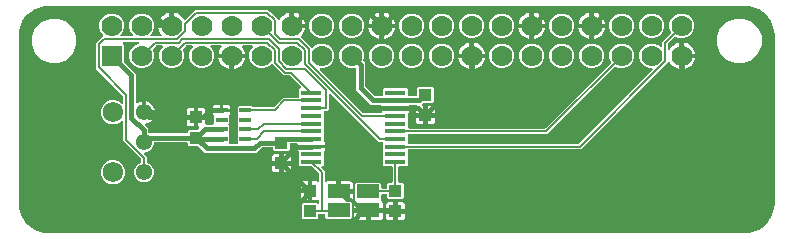
<source format=gtl>
From b7320a6b586e8cf12ea126e7ed4320e6d9f53e99 Mon Sep 17 00:00:00 2001
From: opiopan <opiopan@gmail.com>
Date: Mon, 1 Apr 2019 21:26:26 +0900
Subject: add examples

---
 examples/inputs/sonopi-digi.GTL | 5269 +++++++++++++++++++++++++++++++++++++++
 1 file changed, 5269 insertions(+)
 create mode 100644 examples/inputs/sonopi-digi.GTL

(limited to 'examples/inputs/sonopi-digi.GTL')

diff --git a/examples/inputs/sonopi-digi.GTL b/examples/inputs/sonopi-digi.GTL
new file mode 100644
index 0000000..df5a9ae
--- /dev/null
+++ b/examples/inputs/sonopi-digi.GTL
@@ -0,0 +1,5269 @@
+G04 EAGLE Gerber RS-274X export*
+G75*
+%MOMM*%
+%FSLAX34Y34*%
+%LPD*%
+%INTop Layer*%
+%IPPOS*%
+%AMOC8*
+5,1,8,0,0,1.08239X$1,22.5*%
+G01*
+%ADD10R,1.080000X1.050000*%
+%ADD11R,1.800000X0.450000*%
+%ADD12C,1.381250*%
+%ADD13C,1.725000*%
+%ADD14R,1.000000X0.450000*%
+%ADD15R,1.778000X1.778000*%
+%ADD16C,1.778000*%
+%ADD17R,1.900000X1.200000*%
+%ADD18C,0.152400*%
+%ADD19C,0.450000*%
+%ADD20C,0.300000*%
+%ADD21C,0.654800*%
+
+G36*
+X620042Y5087D02*
+X620042Y5087D01*
+X620078Y5084D01*
+X623820Y5378D01*
+X623960Y5410D01*
+X624051Y5424D01*
+X631168Y7737D01*
+X631170Y7738D01*
+X631172Y7738D01*
+X631203Y7754D01*
+X631421Y7861D01*
+X631434Y7872D01*
+X631447Y7879D01*
+X637501Y12278D01*
+X637503Y12279D01*
+X637505Y12280D01*
+X637529Y12305D01*
+X637598Y12371D01*
+X637649Y12415D01*
+X637659Y12431D01*
+X637704Y12474D01*
+X637712Y12488D01*
+X637722Y12499D01*
+X642121Y18553D01*
+X642122Y18555D01*
+X642124Y18557D01*
+X642140Y18588D01*
+X642253Y18802D01*
+X642257Y18818D01*
+X642263Y18832D01*
+X644576Y25949D01*
+X644600Y26091D01*
+X644622Y26180D01*
+X644916Y29922D01*
+X644914Y29963D01*
+X644919Y30000D01*
+X644919Y173000D01*
+X644913Y173042D01*
+X644916Y173078D01*
+X644622Y176820D01*
+X644590Y176960D01*
+X644576Y177051D01*
+X642263Y184168D01*
+X642262Y184170D01*
+X642262Y184172D01*
+X642246Y184203D01*
+X642139Y184421D01*
+X642128Y184434D01*
+X642121Y184447D01*
+X637722Y190501D01*
+X637721Y190503D01*
+X637720Y190505D01*
+X637695Y190529D01*
+X637526Y190704D01*
+X637512Y190712D01*
+X637501Y190722D01*
+X631447Y195121D01*
+X631445Y195122D01*
+X631443Y195124D01*
+X631412Y195140D01*
+X631198Y195253D01*
+X631182Y195257D01*
+X631168Y195263D01*
+X624051Y197576D01*
+X623909Y197600D01*
+X623820Y197622D01*
+X620078Y197916D01*
+X620037Y197914D01*
+X620000Y197919D01*
+X30000Y197919D01*
+X29958Y197913D01*
+X29922Y197916D01*
+X26180Y197622D01*
+X26040Y197590D01*
+X25949Y197576D01*
+X18832Y195263D01*
+X18830Y195262D01*
+X18828Y195262D01*
+X18797Y195246D01*
+X18578Y195139D01*
+X18566Y195128D01*
+X18553Y195121D01*
+X12499Y190722D01*
+X12497Y190721D01*
+X12495Y190720D01*
+X12471Y190695D01*
+X12376Y190603D01*
+X12374Y190602D01*
+X12374Y190601D01*
+X12296Y190526D01*
+X12288Y190512D01*
+X12278Y190501D01*
+X7879Y184447D01*
+X7878Y184445D01*
+X7876Y184443D01*
+X7860Y184412D01*
+X7747Y184198D01*
+X7743Y184182D01*
+X7737Y184168D01*
+X5424Y177051D01*
+X5400Y176910D01*
+X5378Y176820D01*
+X5084Y173078D01*
+X5086Y173037D01*
+X5081Y173000D01*
+X5081Y30000D01*
+X5087Y29959D01*
+X5084Y29922D01*
+X5378Y26180D01*
+X5410Y26040D01*
+X5424Y25949D01*
+X7737Y18832D01*
+X7738Y18830D01*
+X7738Y18828D01*
+X7754Y18797D01*
+X7861Y18579D01*
+X7872Y18566D01*
+X7879Y18553D01*
+X12278Y12499D01*
+X12279Y12497D01*
+X12280Y12495D01*
+X12305Y12471D01*
+X12324Y12450D01*
+X12334Y12435D01*
+X12377Y12396D01*
+X12474Y12296D01*
+X12488Y12288D01*
+X12499Y12278D01*
+X18553Y7879D01*
+X18555Y7878D01*
+X18557Y7876D01*
+X18588Y7860D01*
+X18802Y7747D01*
+X18818Y7743D01*
+X18832Y7737D01*
+X25949Y5424D01*
+X26091Y5400D01*
+X26180Y5378D01*
+X29922Y5084D01*
+X29963Y5086D01*
+X30000Y5081D01*
+X620000Y5081D01*
+X620042Y5087D01*
+G37*
+%LPC*%
+G36*
+X300889Y24539D02*
+X300889Y24539D01*
+X300889Y25540D01*
+X300880Y25604D01*
+X300881Y25668D01*
+X300860Y25743D01*
+X300849Y25819D01*
+X300823Y25878D01*
+X300806Y25940D01*
+X300765Y26006D01*
+X300733Y26076D01*
+X300691Y26125D01*
+X300658Y26180D01*
+X300600Y26232D01*
+X300550Y26290D01*
+X300496Y26326D01*
+X300448Y26369D01*
+X300379Y26402D01*
+X300314Y26445D01*
+X300252Y26464D01*
+X300194Y26492D01*
+X300125Y26502D01*
+X300044Y26527D01*
+X299959Y26528D01*
+X299890Y26539D01*
+X288849Y26539D01*
+X288849Y30875D01*
+X289022Y31521D01*
+X289357Y32100D01*
+X289809Y32552D01*
+X289847Y32603D01*
+X289893Y32648D01*
+X289932Y32716D01*
+X289978Y32777D01*
+X290001Y32838D01*
+X290032Y32894D01*
+X290050Y32969D01*
+X290078Y33041D01*
+X290082Y33105D01*
+X290097Y33168D01*
+X290093Y33245D01*
+X290099Y33322D01*
+X290086Y33385D01*
+X290083Y33450D01*
+X290058Y33523D01*
+X290042Y33599D01*
+X290011Y33655D01*
+X289990Y33716D01*
+X289949Y33773D01*
+X289909Y33848D01*
+X289865Y33893D01*
+X289865Y47172D01*
+X290758Y48065D01*
+X311022Y48065D01*
+X311915Y47172D01*
+X311915Y43826D01*
+X311924Y43762D01*
+X311923Y43698D01*
+X311944Y43623D01*
+X311955Y43547D01*
+X311981Y43488D01*
+X311998Y43426D01*
+X312039Y43360D01*
+X312071Y43290D01*
+X312113Y43241D01*
+X312146Y43186D01*
+X312204Y43134D01*
+X312254Y43076D01*
+X312308Y43040D01*
+X312356Y42997D01*
+X312425Y42964D01*
+X312490Y42921D01*
+X312552Y42902D01*
+X312609Y42874D01*
+X312679Y42863D01*
+X312760Y42839D01*
+X312845Y42838D01*
+X312914Y42827D01*
+X315926Y42827D01*
+X315990Y42836D01*
+X316054Y42835D01*
+X316129Y42856D01*
+X316205Y42867D01*
+X316264Y42893D01*
+X316326Y42910D01*
+X316392Y42951D01*
+X316462Y42983D01*
+X316511Y43025D01*
+X316566Y43058D01*
+X316618Y43116D01*
+X316676Y43166D01*
+X316712Y43220D01*
+X316755Y43268D01*
+X316788Y43337D01*
+X316831Y43402D01*
+X316850Y43464D01*
+X316878Y43521D01*
+X316889Y43591D01*
+X316913Y43672D01*
+X316914Y43757D01*
+X316925Y43826D01*
+X316925Y47172D01*
+X317818Y48065D01*
+X320564Y48065D01*
+X320628Y48074D01*
+X320692Y48073D01*
+X320767Y48094D01*
+X320843Y48105D01*
+X320902Y48131D01*
+X320964Y48148D01*
+X321030Y48189D01*
+X321100Y48221D01*
+X321149Y48263D01*
+X321204Y48296D01*
+X321256Y48354D01*
+X321314Y48404D01*
+X321350Y48458D01*
+X321393Y48506D01*
+X321426Y48575D01*
+X321469Y48640D01*
+X321488Y48702D01*
+X321516Y48759D01*
+X321527Y48829D01*
+X321551Y48910D01*
+X321552Y48995D01*
+X321563Y49064D01*
+X321563Y60746D01*
+X321554Y60810D01*
+X321555Y60874D01*
+X321534Y60949D01*
+X321523Y61025D01*
+X321497Y61084D01*
+X321480Y61146D01*
+X321439Y61212D01*
+X321407Y61282D01*
+X321365Y61331D01*
+X321332Y61386D01*
+X321274Y61438D01*
+X321224Y61496D01*
+X321170Y61532D01*
+X321122Y61575D01*
+X321053Y61608D01*
+X320988Y61651D01*
+X320926Y61670D01*
+X320869Y61698D01*
+X320799Y61709D01*
+X320718Y61733D01*
+X320633Y61734D01*
+X320564Y61745D01*
+X314158Y61745D01*
+X313265Y62638D01*
+X313265Y81734D01*
+X313256Y81798D01*
+X313257Y81862D01*
+X313236Y81937D01*
+X313225Y82013D01*
+X313199Y82072D01*
+X313182Y82134D01*
+X313141Y82200D01*
+X313109Y82270D01*
+X313067Y82319D01*
+X313034Y82374D01*
+X312976Y82426D01*
+X312926Y82484D01*
+X312872Y82520D01*
+X312824Y82563D01*
+X312755Y82596D01*
+X312690Y82639D01*
+X312628Y82658D01*
+X312571Y82686D01*
+X312501Y82697D01*
+X312420Y82721D01*
+X312335Y82722D01*
+X312266Y82733D01*
+X309636Y82733D01*
+X269163Y123207D01*
+X269137Y123226D01*
+X269116Y123251D01*
+X269024Y123311D01*
+X268937Y123376D01*
+X268907Y123388D01*
+X268880Y123405D01*
+X268775Y123437D01*
+X268673Y123476D01*
+X268641Y123478D01*
+X268610Y123488D01*
+X268501Y123489D01*
+X268392Y123498D01*
+X268360Y123491D01*
+X268328Y123491D01*
+X268223Y123462D01*
+X268116Y123440D01*
+X268087Y123425D01*
+X268056Y123416D01*
+X267963Y123359D01*
+X267867Y123308D01*
+X267844Y123285D01*
+X267816Y123268D01*
+X267743Y123187D01*
+X267665Y123111D01*
+X267649Y123083D01*
+X267627Y123059D01*
+X267580Y122960D01*
+X267526Y122865D01*
+X267518Y122834D01*
+X267504Y122805D01*
+X267490Y122716D01*
+X267461Y122591D01*
+X267463Y122542D01*
+X267457Y122500D01*
+X267457Y110073D01*
+X266117Y108733D01*
+X264314Y108733D01*
+X264250Y108724D01*
+X264186Y108725D01*
+X264111Y108704D01*
+X264035Y108693D01*
+X263976Y108667D01*
+X263914Y108650D01*
+X263848Y108609D01*
+X263778Y108577D01*
+X263729Y108535D01*
+X263674Y108502D01*
+X263622Y108444D01*
+X263564Y108394D01*
+X263528Y108340D01*
+X263485Y108292D01*
+X263452Y108223D01*
+X263409Y108158D01*
+X263390Y108096D01*
+X263362Y108039D01*
+X263351Y107969D01*
+X263327Y107888D01*
+X263326Y107803D01*
+X263315Y107734D01*
+X263315Y83252D01*
+X263328Y83157D01*
+X263333Y83061D01*
+X263348Y83018D01*
+X263355Y82973D01*
+X263394Y82886D01*
+X263426Y82795D01*
+X263451Y82760D01*
+X263471Y82716D01*
+X263554Y82619D01*
+X263607Y82546D01*
+X263823Y82330D01*
+X264158Y81751D01*
+X264331Y81105D01*
+X264331Y79644D01*
+X252915Y79644D01*
+X252852Y79635D01*
+X252787Y79636D01*
+X252776Y79633D01*
+X252734Y79633D01*
+X252665Y79644D01*
+X241249Y79644D01*
+X241249Y80246D01*
+X241240Y80310D01*
+X241241Y80374D01*
+X241220Y80448D01*
+X241209Y80525D01*
+X241183Y80584D01*
+X241166Y80646D01*
+X241125Y80712D01*
+X241093Y80782D01*
+X241051Y80831D01*
+X241018Y80886D01*
+X240960Y80938D01*
+X240910Y80996D01*
+X240856Y81032D01*
+X240808Y81075D01*
+X240739Y81108D01*
+X240674Y81151D01*
+X240612Y81170D01*
+X240555Y81198D01*
+X240485Y81209D01*
+X240404Y81233D01*
+X240319Y81234D01*
+X240250Y81245D01*
+X235254Y81245D01*
+X235190Y81236D01*
+X235126Y81237D01*
+X235051Y81216D01*
+X234975Y81205D01*
+X234916Y81179D01*
+X234854Y81162D01*
+X234788Y81121D01*
+X234718Y81089D01*
+X234669Y81047D01*
+X234614Y81014D01*
+X234562Y80956D01*
+X234504Y80906D01*
+X234468Y80852D01*
+X234425Y80804D01*
+X234392Y80735D01*
+X234349Y80670D01*
+X234330Y80608D01*
+X234302Y80551D01*
+X234291Y80481D01*
+X234267Y80400D01*
+X234266Y80315D01*
+X234255Y80246D01*
+X234255Y76048D01*
+X233362Y75155D01*
+X221298Y75155D01*
+X220405Y76048D01*
+X220405Y77156D01*
+X220396Y77220D01*
+X220397Y77284D01*
+X220376Y77359D01*
+X220365Y77435D01*
+X220339Y77494D01*
+X220322Y77556D01*
+X220281Y77622D01*
+X220249Y77692D01*
+X220207Y77741D01*
+X220174Y77796D01*
+X220116Y77848D01*
+X220066Y77906D01*
+X220012Y77942D01*
+X219964Y77985D01*
+X219895Y78018D01*
+X219830Y78061D01*
+X219768Y78080D01*
+X219711Y78108D01*
+X219641Y78119D01*
+X219560Y78143D01*
+X219475Y78144D01*
+X219406Y78155D01*
+X211452Y78155D01*
+X211357Y78142D01*
+X211261Y78137D01*
+X211218Y78122D01*
+X211173Y78115D01*
+X211086Y78076D01*
+X210995Y78044D01*
+X210960Y78019D01*
+X210916Y77999D01*
+X210819Y77916D01*
+X210746Y77863D01*
+X206098Y73215D01*
+X162406Y73215D01*
+X156669Y78953D01*
+X156592Y79010D01*
+X156521Y79075D01*
+X156480Y79095D01*
+X156444Y79122D01*
+X156354Y79156D01*
+X156267Y79198D01*
+X156225Y79204D01*
+X156180Y79221D01*
+X156052Y79231D01*
+X155963Y79245D01*
+X148908Y79245D01*
+X148015Y80138D01*
+X148015Y81246D01*
+X148006Y81310D01*
+X148007Y81374D01*
+X147986Y81449D01*
+X147975Y81525D01*
+X147949Y81584D01*
+X147932Y81646D01*
+X147891Y81712D01*
+X147859Y81782D01*
+X147817Y81831D01*
+X147784Y81886D01*
+X147726Y81938D01*
+X147676Y81996D01*
+X147622Y82032D01*
+X147574Y82075D01*
+X147505Y82108D01*
+X147440Y82151D01*
+X147378Y82170D01*
+X147321Y82198D01*
+X147251Y82209D01*
+X147170Y82233D01*
+X147085Y82234D01*
+X147016Y82245D01*
+X120380Y82245D01*
+X120317Y82236D01*
+X120252Y82237D01*
+X120178Y82216D01*
+X120101Y82205D01*
+X120043Y82179D01*
+X119981Y82162D01*
+X119915Y82121D01*
+X119844Y82089D01*
+X119795Y82047D01*
+X119741Y82014D01*
+X119689Y81956D01*
+X119630Y81906D01*
+X119595Y81852D01*
+X119552Y81804D01*
+X119518Y81735D01*
+X119475Y81670D01*
+X119457Y81608D01*
+X119429Y81551D01*
+X119418Y81481D01*
+X119393Y81400D01*
+X119392Y81315D01*
+X119381Y81246D01*
+X119381Y80393D01*
+X118097Y77294D01*
+X115726Y74923D01*
+X112627Y73639D01*
+X112027Y73639D01*
+X111996Y73634D01*
+X111963Y73637D01*
+X111856Y73615D01*
+X111748Y73599D01*
+X111719Y73586D01*
+X111687Y73579D01*
+X111591Y73528D01*
+X111491Y73483D01*
+X111467Y73462D01*
+X111438Y73447D01*
+X111360Y73371D01*
+X111277Y73300D01*
+X111259Y73273D01*
+X111236Y73250D01*
+X111183Y73155D01*
+X111123Y73064D01*
+X111113Y73033D01*
+X111097Y73005D01*
+X111072Y72898D01*
+X111040Y72794D01*
+X111040Y72762D01*
+X111032Y72730D01*
+X111038Y72621D01*
+X111036Y72512D01*
+X111045Y72481D01*
+X111047Y72449D01*
+X111082Y72346D01*
+X111112Y72240D01*
+X111129Y72213D01*
+X111139Y72182D01*
+X111192Y72109D01*
+X111260Y72000D01*
+X111296Y71968D01*
+X111321Y71933D01*
+X113237Y70017D01*
+X113237Y65516D01*
+X113238Y65507D01*
+X113237Y65497D01*
+X113258Y65367D01*
+X113277Y65237D01*
+X113280Y65228D01*
+X113282Y65219D01*
+X113339Y65099D01*
+X113393Y64980D01*
+X113399Y64973D01*
+X113403Y64964D01*
+X113491Y64865D01*
+X113576Y64766D01*
+X113584Y64760D01*
+X113590Y64753D01*
+X113656Y64713D01*
+X113812Y64611D01*
+X113835Y64604D01*
+X113854Y64593D01*
+X115726Y63817D01*
+X118097Y61446D01*
+X119381Y58347D01*
+X119381Y54993D01*
+X118097Y51894D01*
+X115726Y49523D01*
+X112627Y48239D01*
+X109273Y48239D01*
+X106174Y49523D01*
+X103803Y51894D01*
+X102519Y54993D01*
+X102519Y58347D01*
+X103803Y61446D01*
+X106174Y63817D01*
+X108046Y64593D01*
+X108055Y64598D01*
+X108064Y64600D01*
+X108176Y64670D01*
+X108289Y64737D01*
+X108296Y64743D01*
+X108304Y64748D01*
+X108392Y64847D01*
+X108482Y64942D01*
+X108486Y64951D01*
+X108493Y64958D01*
+X108550Y65076D01*
+X108610Y65194D01*
+X108612Y65203D01*
+X108616Y65212D01*
+X108628Y65287D01*
+X108662Y65471D01*
+X108660Y65495D01*
+X108663Y65516D01*
+X108663Y67709D01*
+X108650Y67804D01*
+X108645Y67900D01*
+X108630Y67943D01*
+X108623Y67988D01*
+X108584Y68076D01*
+X108552Y68167D01*
+X108527Y68201D01*
+X108507Y68245D01*
+X108424Y68343D01*
+X108371Y68416D01*
+X93447Y83339D01*
+X93447Y99501D01*
+X93442Y99533D01*
+X93445Y99565D01*
+X93423Y99672D01*
+X93407Y99780D01*
+X93394Y99809D01*
+X93387Y99841D01*
+X93336Y99937D01*
+X93291Y100037D01*
+X93270Y100061D01*
+X93255Y100090D01*
+X93179Y100168D01*
+X93108Y100251D01*
+X93081Y100269D01*
+X93058Y100292D01*
+X92963Y100346D01*
+X92872Y100406D01*
+X92841Y100415D01*
+X92813Y100431D01*
+X92706Y100456D01*
+X92602Y100488D01*
+X92570Y100488D01*
+X92538Y100496D01*
+X92429Y100490D01*
+X92320Y100492D01*
+X92289Y100483D01*
+X92257Y100482D01*
+X92154Y100446D01*
+X92048Y100417D01*
+X92021Y100400D01*
+X91990Y100389D01*
+X91917Y100336D01*
+X91808Y100268D01*
+X91776Y100232D01*
+X91741Y100207D01*
+X90399Y98865D01*
+X86669Y97320D01*
+X82631Y97320D01*
+X78901Y98866D01*
+X76046Y101721D01*
+X74500Y105451D01*
+X74500Y109489D01*
+X76046Y113219D01*
+X78901Y116074D01*
+X82631Y117620D01*
+X86669Y117620D01*
+X90399Y116075D01*
+X91741Y114733D01*
+X91767Y114713D01*
+X91788Y114689D01*
+X91880Y114629D01*
+X91967Y114563D01*
+X91997Y114552D01*
+X92024Y114534D01*
+X92129Y114502D01*
+X92231Y114464D01*
+X92263Y114461D01*
+X92294Y114452D01*
+X92403Y114451D01*
+X92512Y114442D01*
+X92543Y114449D01*
+X92576Y114448D01*
+X92681Y114477D01*
+X92788Y114500D01*
+X92816Y114515D01*
+X92847Y114523D01*
+X92940Y114581D01*
+X93037Y114632D01*
+X93060Y114655D01*
+X93087Y114672D01*
+X93161Y114752D01*
+X93239Y114829D01*
+X93255Y114857D01*
+X93276Y114881D01*
+X93324Y114979D01*
+X93378Y115074D01*
+X93385Y115106D01*
+X93399Y115135D01*
+X93413Y115224D01*
+X93443Y115349D01*
+X93440Y115397D01*
+X93447Y115439D01*
+X93447Y120892D01*
+X93433Y120987D01*
+X93429Y121083D01*
+X93414Y121127D01*
+X93407Y121171D01*
+X93368Y121259D01*
+X93336Y121350D01*
+X93311Y121384D01*
+X93291Y121428D01*
+X93208Y121526D01*
+X93154Y121599D01*
+X70237Y144516D01*
+X70237Y166084D01*
+X74332Y170178D01*
+X74332Y170179D01*
+X76206Y172052D01*
+X76244Y172104D01*
+X76290Y172149D01*
+X76329Y172216D01*
+X76375Y172278D01*
+X76398Y172338D01*
+X76429Y172394D01*
+X76447Y172470D01*
+X76475Y172542D01*
+X76479Y172606D01*
+X76494Y172669D01*
+X76490Y172746D01*
+X76496Y172823D01*
+X76483Y172886D01*
+X76480Y172950D01*
+X76455Y173023D01*
+X76439Y173099D01*
+X76409Y173156D01*
+X76387Y173217D01*
+X76346Y173273D01*
+X76306Y173348D01*
+X76247Y173409D01*
+X76206Y173466D01*
+X74871Y174801D01*
+X73285Y178628D01*
+X73285Y182772D01*
+X74871Y186600D01*
+X77800Y189529D01*
+X81628Y191115D01*
+X85772Y191115D01*
+X89600Y189529D01*
+X92529Y186600D01*
+X94115Y182772D01*
+X94115Y178628D01*
+X92529Y174801D01*
+X91245Y173517D01*
+X91226Y173491D01*
+X91201Y173470D01*
+X91141Y173378D01*
+X91076Y173291D01*
+X91065Y173261D01*
+X91047Y173234D01*
+X91015Y173129D01*
+X90976Y173027D01*
+X90974Y172995D01*
+X90964Y172964D01*
+X90963Y172855D01*
+X90955Y172746D01*
+X90961Y172714D01*
+X90961Y172682D01*
+X90990Y172577D01*
+X91012Y172470D01*
+X91027Y172441D01*
+X91036Y172410D01*
+X91093Y172317D01*
+X91145Y172221D01*
+X91167Y172198D01*
+X91184Y172170D01*
+X91265Y172097D01*
+X91341Y172019D01*
+X91370Y172003D01*
+X91393Y171981D01*
+X91492Y171934D01*
+X91587Y171880D01*
+X91618Y171872D01*
+X91647Y171858D01*
+X91737Y171844D01*
+X91861Y171815D01*
+X91910Y171817D01*
+X91952Y171811D01*
+X100848Y171811D01*
+X100880Y171815D01*
+X100912Y171813D01*
+X101019Y171835D01*
+X101127Y171851D01*
+X101157Y171864D01*
+X101188Y171870D01*
+X101285Y171922D01*
+X101384Y171967D01*
+X101409Y171988D01*
+X101437Y172003D01*
+X101516Y172079D01*
+X101599Y172150D01*
+X101616Y172177D01*
+X101639Y172200D01*
+X101693Y172295D01*
+X101753Y172386D01*
+X101763Y172417D01*
+X101778Y172445D01*
+X101804Y172551D01*
+X101836Y172656D01*
+X101836Y172688D01*
+X101843Y172719D01*
+X101838Y172829D01*
+X101839Y172938D01*
+X101831Y172969D01*
+X101829Y173001D01*
+X101793Y173104D01*
+X101764Y173210D01*
+X101747Y173237D01*
+X101737Y173268D01*
+X101683Y173341D01*
+X101616Y173450D01*
+X101580Y173482D01*
+X101555Y173517D01*
+X100271Y174801D01*
+X98685Y178628D01*
+X98685Y182772D01*
+X100271Y186600D01*
+X103200Y189529D01*
+X107028Y191115D01*
+X111172Y191115D01*
+X115000Y189529D01*
+X117929Y186600D01*
+X119515Y182772D01*
+X119515Y178628D01*
+X117929Y174801D01*
+X116645Y173517D01*
+X116626Y173491D01*
+X116601Y173470D01*
+X116541Y173378D01*
+X116476Y173291D01*
+X116465Y173261D01*
+X116447Y173234D01*
+X116415Y173129D01*
+X116376Y173027D01*
+X116374Y172995D01*
+X116364Y172964D01*
+X116363Y172855D01*
+X116355Y172746D01*
+X116361Y172714D01*
+X116361Y172682D01*
+X116390Y172577D01*
+X116412Y172470D01*
+X116427Y172441D01*
+X116436Y172410D01*
+X116493Y172317D01*
+X116545Y172221D01*
+X116567Y172198D01*
+X116584Y172170D01*
+X116665Y172097D01*
+X116741Y172019D01*
+X116770Y172003D01*
+X116793Y171981D01*
+X116892Y171934D01*
+X116987Y171880D01*
+X117018Y171872D01*
+X117047Y171858D01*
+X117137Y171844D01*
+X117261Y171815D01*
+X117310Y171817D01*
+X117352Y171811D01*
+X124868Y171811D01*
+X124962Y171824D01*
+X125057Y171829D01*
+X125101Y171844D01*
+X125147Y171851D01*
+X125234Y171890D01*
+X125324Y171921D01*
+X125362Y171948D01*
+X125404Y171967D01*
+X125476Y172029D01*
+X125554Y172083D01*
+X125583Y172120D01*
+X125619Y172150D01*
+X125671Y172230D01*
+X125730Y172304D01*
+X125747Y172347D01*
+X125773Y172386D01*
+X125801Y172477D01*
+X125837Y172565D01*
+X125842Y172611D01*
+X125855Y172656D01*
+X125857Y172751D01*
+X125867Y172845D01*
+X125859Y172891D01*
+X125859Y172938D01*
+X125834Y173029D01*
+X125817Y173123D01*
+X125797Y173162D01*
+X125784Y173210D01*
+X125718Y173317D01*
+X125677Y173397D01*
+X124724Y174709D01*
+X123907Y176312D01*
+X123351Y178023D01*
+X123243Y178701D01*
+X133500Y178701D01*
+X133563Y178710D01*
+X133628Y178709D01*
+X133702Y178730D01*
+X133779Y178741D01*
+X133838Y178767D01*
+X133900Y178784D01*
+X133966Y178825D01*
+X134036Y178857D01*
+X134085Y178899D01*
+X134140Y178932D01*
+X134191Y178990D01*
+X134250Y179040D01*
+X134286Y179094D01*
+X134329Y179142D01*
+X134362Y179211D01*
+X134405Y179276D01*
+X134424Y179338D01*
+X134452Y179395D01*
+X134462Y179465D01*
+X134487Y179546D01*
+X134488Y179631D01*
+X134499Y179700D01*
+X134499Y180701D01*
+X135500Y180701D01*
+X135564Y180710D01*
+X135628Y180709D01*
+X135703Y180730D01*
+X135779Y180741D01*
+X135838Y180767D01*
+X135900Y180784D01*
+X135966Y180825D01*
+X136036Y180857D01*
+X136085Y180899D01*
+X136140Y180932D01*
+X136192Y180990D01*
+X136250Y181040D01*
+X136286Y181094D01*
+X136329Y181142D01*
+X136362Y181211D01*
+X136405Y181276D01*
+X136424Y181338D01*
+X136452Y181396D01*
+X136462Y181465D01*
+X136487Y181546D01*
+X136488Y181631D01*
+X136499Y181700D01*
+X136499Y191957D01*
+X137177Y191849D01*
+X138888Y191293D01*
+X140491Y190476D01*
+X141947Y189419D01*
+X143219Y188147D01*
+X144276Y186691D01*
+X144521Y186210D01*
+X144567Y186145D01*
+X144605Y186075D01*
+X144648Y186030D01*
+X144683Y185980D01*
+X144746Y185930D01*
+X144801Y185873D01*
+X144855Y185842D01*
+X144904Y185804D01*
+X144977Y185773D01*
+X145047Y185734D01*
+X145107Y185720D01*
+X145164Y185696D01*
+X145244Y185687D01*
+X145321Y185669D01*
+X145383Y185672D01*
+X145445Y185665D01*
+X145523Y185679D01*
+X145603Y185683D01*
+X145662Y185704D01*
+X145722Y185714D01*
+X145794Y185750D01*
+X145869Y185776D01*
+X145915Y185809D01*
+X145975Y185839D01*
+X146052Y185909D01*
+X146118Y185957D01*
+X154323Y194163D01*
+X216277Y194163D01*
+X217909Y192531D01*
+X222531Y187909D01*
+X224282Y186157D01*
+X224319Y186076D01*
+X224350Y186040D01*
+X224374Y185998D01*
+X224441Y185933D01*
+X224502Y185862D01*
+X224542Y185836D01*
+X224576Y185803D01*
+X224659Y185759D01*
+X224738Y185707D01*
+X224784Y185693D01*
+X224826Y185671D01*
+X224918Y185652D01*
+X225008Y185625D01*
+X225056Y185624D01*
+X225102Y185615D01*
+X225196Y185623D01*
+X225290Y185621D01*
+X225336Y185634D01*
+X225383Y185638D01*
+X225471Y185671D01*
+X225562Y185696D01*
+X225602Y185722D01*
+X225647Y185739D01*
+X225722Y185795D01*
+X225802Y185845D01*
+X225834Y185880D01*
+X225872Y185909D01*
+X225920Y185976D01*
+X225991Y186054D01*
+X226019Y186113D01*
+X226052Y186159D01*
+X226324Y186691D01*
+X227381Y188147D01*
+X228653Y189419D01*
+X230109Y190476D01*
+X231712Y191293D01*
+X233423Y191849D01*
+X234101Y191957D01*
+X234101Y181700D01*
+X234110Y181637D01*
+X234109Y181572D01*
+X234130Y181498D01*
+X234141Y181421D01*
+X234167Y181362D01*
+X234184Y181300D01*
+X234225Y181234D01*
+X234257Y181164D01*
+X234299Y181115D01*
+X234332Y181060D01*
+X234390Y181009D01*
+X234440Y180950D01*
+X234494Y180914D01*
+X234542Y180871D01*
+X234611Y180838D01*
+X234676Y180795D01*
+X234738Y180776D01*
+X234795Y180748D01*
+X234865Y180738D01*
+X234946Y180713D01*
+X235031Y180712D01*
+X235100Y180701D01*
+X236101Y180701D01*
+X236101Y179700D01*
+X236110Y179636D01*
+X236109Y179572D01*
+X236130Y179497D01*
+X236141Y179421D01*
+X236167Y179362D01*
+X236184Y179300D01*
+X236225Y179234D01*
+X236257Y179164D01*
+X236299Y179115D01*
+X236332Y179060D01*
+X236390Y179008D01*
+X236440Y178950D01*
+X236494Y178914D01*
+X236542Y178871D01*
+X236611Y178838D01*
+X236676Y178795D01*
+X236738Y178776D01*
+X236796Y178748D01*
+X236865Y178737D01*
+X236946Y178713D01*
+X237031Y178712D01*
+X237100Y178701D01*
+X247357Y178701D01*
+X247249Y178023D01*
+X246693Y176312D01*
+X245876Y174709D01*
+X244819Y173253D01*
+X243864Y172299D01*
+X243826Y172247D01*
+X243780Y172202D01*
+X243741Y172135D01*
+X243695Y172073D01*
+X243672Y172013D01*
+X243641Y171957D01*
+X243623Y171882D01*
+X243595Y171809D01*
+X243590Y171745D01*
+X243576Y171683D01*
+X243580Y171605D01*
+X243574Y171528D01*
+X243587Y171465D01*
+X243590Y171401D01*
+X243615Y171328D01*
+X243631Y171252D01*
+X243661Y171195D01*
+X243682Y171135D01*
+X243724Y171078D01*
+X243764Y171003D01*
+X243823Y170942D01*
+X243864Y170886D01*
+X252404Y162346D01*
+X252455Y162307D01*
+X252500Y162261D01*
+X252568Y162223D01*
+X252630Y162176D01*
+X252690Y162154D01*
+X252746Y162122D01*
+X252821Y162104D01*
+X252893Y162077D01*
+X252957Y162072D01*
+X253020Y162057D01*
+X253098Y162061D01*
+X253175Y162055D01*
+X253238Y162068D01*
+X253302Y162072D01*
+X253375Y162097D01*
+X253451Y162113D01*
+X253507Y162143D01*
+X253568Y162164D01*
+X253625Y162205D01*
+X253700Y162245D01*
+X253760Y162304D01*
+X253817Y162346D01*
+X255601Y164129D01*
+X259428Y165715D01*
+X263572Y165715D01*
+X267400Y164129D01*
+X270329Y161200D01*
+X271915Y157372D01*
+X271915Y153228D01*
+X270329Y149400D01*
+X267400Y146471D01*
+X263572Y144885D01*
+X260675Y144885D01*
+X260643Y144881D01*
+X260611Y144883D01*
+X260504Y144861D01*
+X260396Y144845D01*
+X260366Y144832D01*
+X260335Y144826D01*
+X260238Y144774D01*
+X260139Y144729D01*
+X260114Y144708D01*
+X260086Y144693D01*
+X260008Y144617D01*
+X259925Y144546D01*
+X259907Y144519D01*
+X259884Y144496D01*
+X259830Y144401D01*
+X259770Y144310D01*
+X259761Y144279D01*
+X259745Y144251D01*
+X259720Y144144D01*
+X259688Y144040D01*
+X259687Y144008D01*
+X259680Y143977D01*
+X259685Y143867D01*
+X259684Y143758D01*
+X259693Y143727D01*
+X259694Y143695D01*
+X259730Y143592D01*
+X259759Y143486D01*
+X259776Y143459D01*
+X259787Y143428D01*
+X259840Y143355D01*
+X259907Y143246D01*
+X259943Y143214D01*
+X259968Y143179D01*
+X296049Y107099D01*
+X296125Y107042D01*
+X296197Y106977D01*
+X296238Y106957D01*
+X296274Y106930D01*
+X296364Y106896D01*
+X296451Y106854D01*
+X296493Y106848D01*
+X296538Y106831D01*
+X296666Y106821D01*
+X296755Y106807D01*
+X311383Y106807D01*
+X311437Y106814D01*
+X311490Y106812D01*
+X311575Y106834D01*
+X311663Y106847D01*
+X311712Y106869D01*
+X311763Y106882D01*
+X311839Y106927D01*
+X311920Y106963D01*
+X311960Y106998D01*
+X312007Y107025D01*
+X312067Y107089D01*
+X312134Y107146D01*
+X312163Y107191D01*
+X312200Y107230D01*
+X312240Y107308D01*
+X312288Y107382D01*
+X312304Y107433D01*
+X312328Y107481D01*
+X312345Y107568D01*
+X312371Y107652D01*
+X312371Y107705D01*
+X312382Y107758D01*
+X312373Y107836D01*
+X312374Y107934D01*
+X312355Y108004D01*
+X312349Y108065D01*
+X312249Y108435D01*
+X312249Y109896D01*
+X323665Y109896D01*
+X323728Y109905D01*
+X323793Y109904D01*
+X323804Y109907D01*
+X323846Y109907D01*
+X323915Y109896D01*
+X335331Y109896D01*
+X335331Y108435D01*
+X335158Y107789D01*
+X334823Y107210D01*
+X334607Y106994D01*
+X334550Y106917D01*
+X334485Y106846D01*
+X334465Y106805D01*
+X334438Y106769D01*
+X334404Y106679D01*
+X334362Y106592D01*
+X334356Y106550D01*
+X334339Y106505D01*
+X334329Y106377D01*
+X334315Y106288D01*
+X334315Y94806D01*
+X334324Y94742D01*
+X334323Y94678D01*
+X334344Y94603D01*
+X334355Y94527D01*
+X334381Y94468D01*
+X334398Y94406D01*
+X334439Y94340D01*
+X334471Y94270D01*
+X334513Y94221D01*
+X334546Y94166D01*
+X334604Y94114D01*
+X334654Y94056D01*
+X334708Y94020D01*
+X334756Y93977D01*
+X334825Y93944D01*
+X334890Y93901D01*
+X334952Y93882D01*
+X335009Y93854D01*
+X335079Y93843D01*
+X335160Y93819D01*
+X335245Y93818D01*
+X335314Y93807D01*
+X450359Y93807D01*
+X450454Y93820D01*
+X450550Y93825D01*
+X450593Y93840D01*
+X450638Y93847D01*
+X450726Y93886D01*
+X450816Y93918D01*
+X450851Y93943D01*
+X450895Y93963D01*
+X450992Y94046D01*
+X451065Y94099D01*
+X506110Y149144D01*
+X506115Y149151D01*
+X506123Y149157D01*
+X506200Y149264D01*
+X506279Y149369D01*
+X506282Y149378D01*
+X506288Y149386D01*
+X506332Y149509D01*
+X506378Y149633D01*
+X506379Y149642D01*
+X506382Y149651D01*
+X506390Y149782D01*
+X506400Y149914D01*
+X506398Y149923D01*
+X506399Y149933D01*
+X506381Y150008D01*
+X506343Y150190D01*
+X506331Y150211D01*
+X506326Y150233D01*
+X505085Y153228D01*
+X505085Y157372D01*
+X506671Y161200D01*
+X509600Y164129D01*
+X513428Y165715D01*
+X517572Y165715D01*
+X521400Y164129D01*
+X524329Y161200D01*
+X525915Y157372D01*
+X525915Y153228D01*
+X524329Y149400D01*
+X521400Y146471D01*
+X517572Y144885D01*
+X513428Y144885D01*
+X510433Y146126D01*
+X510423Y146129D01*
+X510415Y146133D01*
+X510286Y146164D01*
+X510159Y146196D01*
+X510150Y146196D01*
+X510141Y146198D01*
+X510008Y146191D01*
+X509877Y146187D01*
+X509868Y146184D01*
+X509859Y146184D01*
+X509734Y146141D01*
+X509609Y146100D01*
+X509601Y146094D01*
+X509593Y146091D01*
+X509530Y146046D01*
+X509376Y145941D01*
+X509361Y145922D01*
+X509344Y145910D01*
+X452667Y89233D01*
+X335314Y89233D01*
+X335250Y89224D01*
+X335186Y89225D01*
+X335111Y89204D01*
+X335035Y89193D01*
+X334976Y89167D01*
+X334914Y89150D01*
+X334848Y89109D01*
+X334778Y89077D01*
+X334729Y89035D01*
+X334674Y89002D01*
+X334622Y88944D01*
+X334564Y88894D01*
+X334528Y88840D01*
+X334485Y88792D01*
+X334452Y88723D01*
+X334409Y88658D01*
+X334390Y88596D01*
+X334362Y88539D01*
+X334351Y88469D01*
+X334327Y88388D01*
+X334326Y88303D01*
+X334315Y88234D01*
+X334315Y81806D01*
+X334324Y81742D01*
+X334323Y81678D01*
+X334344Y81603D01*
+X334355Y81527D01*
+X334381Y81468D01*
+X334398Y81406D01*
+X334439Y81340D01*
+X334471Y81270D01*
+X334513Y81221D01*
+X334546Y81166D01*
+X334604Y81114D01*
+X334654Y81056D01*
+X334708Y81020D01*
+X334756Y80977D01*
+X334825Y80944D01*
+X334890Y80901D01*
+X334952Y80882D01*
+X335009Y80854D01*
+X335079Y80843D01*
+X335160Y80819D01*
+X335245Y80818D01*
+X335314Y80807D01*
+X478564Y80807D01*
+X478659Y80820D01*
+X478755Y80825D01*
+X478798Y80840D01*
+X478843Y80847D01*
+X478931Y80886D01*
+X479022Y80918D01*
+X479056Y80943D01*
+X479100Y80963D01*
+X479198Y81046D01*
+X479271Y81099D01*
+X541351Y143179D01*
+X541370Y143205D01*
+X541395Y143226D01*
+X541455Y143318D01*
+X541520Y143405D01*
+X541532Y143435D01*
+X541549Y143462D01*
+X541581Y143567D01*
+X541620Y143669D01*
+X541622Y143701D01*
+X541632Y143732D01*
+X541633Y143841D01*
+X541641Y143950D01*
+X541635Y143982D01*
+X541635Y144014D01*
+X541606Y144119D01*
+X541584Y144226D01*
+X541569Y144255D01*
+X541560Y144286D01*
+X541503Y144379D01*
+X541451Y144475D01*
+X541429Y144498D01*
+X541412Y144526D01*
+X541331Y144599D01*
+X541255Y144677D01*
+X541227Y144693D01*
+X541203Y144715D01*
+X541104Y144762D01*
+X541009Y144816D01*
+X540978Y144824D01*
+X540949Y144838D01*
+X540860Y144852D01*
+X540735Y144881D01*
+X540686Y144879D01*
+X540644Y144885D01*
+X538828Y144885D01*
+X535000Y146471D01*
+X532071Y149400D01*
+X530485Y153228D01*
+X530485Y157372D01*
+X532071Y161200D01*
+X535000Y164129D01*
+X538828Y165715D01*
+X542972Y165715D01*
+X546799Y164129D01*
+X548083Y162845D01*
+X548109Y162826D01*
+X548130Y162801D01*
+X548222Y162741D01*
+X548309Y162676D01*
+X548339Y162665D01*
+X548366Y162647D01*
+X548471Y162615D01*
+X548573Y162576D01*
+X548605Y162574D01*
+X548636Y162564D01*
+X548745Y162563D01*
+X548854Y162555D01*
+X548886Y162561D01*
+X548918Y162561D01*
+X549023Y162590D01*
+X549130Y162612D01*
+X549159Y162627D01*
+X549190Y162636D01*
+X549283Y162693D01*
+X549379Y162745D01*
+X549402Y162767D01*
+X549430Y162784D01*
+X549503Y162865D01*
+X549581Y162941D01*
+X549597Y162970D01*
+X549619Y162993D01*
+X549666Y163092D01*
+X549720Y163187D01*
+X549728Y163218D01*
+X549742Y163247D01*
+X549756Y163337D01*
+X549785Y163461D01*
+X549783Y163510D01*
+X549789Y163552D01*
+X549789Y167423D01*
+X551421Y169055D01*
+X556910Y174544D01*
+X556915Y174551D01*
+X556923Y174557D01*
+X557000Y174664D01*
+X557079Y174769D01*
+X557082Y174778D01*
+X557088Y174786D01*
+X557132Y174909D01*
+X557178Y175033D01*
+X557179Y175042D01*
+X557182Y175051D01*
+X557190Y175182D01*
+X557200Y175314D01*
+X557198Y175323D01*
+X557199Y175333D01*
+X557181Y175408D01*
+X557143Y175590D01*
+X557131Y175611D01*
+X557126Y175633D01*
+X555885Y178628D01*
+X555885Y182772D01*
+X557471Y186600D01*
+X560400Y189529D01*
+X564228Y191115D01*
+X568372Y191115D01*
+X572200Y189529D01*
+X575129Y186600D01*
+X576715Y182772D01*
+X576715Y178628D01*
+X575129Y174800D01*
+X572200Y171871D01*
+X568372Y170285D01*
+X564228Y170285D01*
+X561233Y171526D01*
+X561223Y171529D01*
+X561215Y171533D01*
+X561086Y171564D01*
+X560959Y171596D01*
+X560950Y171596D01*
+X560941Y171598D01*
+X560808Y171591D01*
+X560677Y171587D01*
+X560668Y171584D01*
+X560659Y171584D01*
+X560534Y171541D01*
+X560409Y171500D01*
+X560401Y171494D01*
+X560393Y171491D01*
+X560330Y171446D01*
+X560176Y171341D01*
+X560161Y171322D01*
+X560144Y171310D01*
+X554655Y165821D01*
+X554598Y165745D01*
+X554533Y165673D01*
+X554513Y165632D01*
+X554486Y165596D01*
+X554452Y165506D01*
+X554410Y165419D01*
+X554404Y165377D01*
+X554387Y165332D01*
+X554377Y165204D01*
+X554363Y165115D01*
+X554363Y161212D01*
+X554369Y161165D01*
+X554367Y161117D01*
+X554389Y161026D01*
+X554403Y160933D01*
+X554422Y160890D01*
+X554433Y160843D01*
+X554480Y160762D01*
+X554519Y160676D01*
+X554550Y160640D01*
+X554574Y160598D01*
+X554641Y160533D01*
+X554702Y160462D01*
+X554742Y160436D01*
+X554776Y160403D01*
+X554859Y160359D01*
+X554938Y160307D01*
+X554984Y160293D01*
+X555026Y160271D01*
+X555118Y160252D01*
+X555208Y160225D01*
+X555256Y160224D01*
+X555302Y160215D01*
+X555396Y160223D01*
+X555490Y160221D01*
+X555536Y160234D01*
+X555583Y160238D01*
+X555671Y160271D01*
+X555762Y160296D01*
+X555802Y160322D01*
+X555847Y160339D01*
+X555922Y160395D01*
+X556002Y160445D01*
+X556034Y160480D01*
+X556072Y160509D01*
+X556120Y160576D01*
+X556191Y160654D01*
+X556219Y160713D01*
+X556252Y160759D01*
+X556524Y161291D01*
+X557581Y162747D01*
+X558853Y164019D01*
+X560309Y165076D01*
+X561912Y165893D01*
+X563623Y166449D01*
+X564301Y166557D01*
+X564301Y156300D01*
+X564310Y156237D01*
+X564309Y156172D01*
+X564330Y156098D01*
+X564341Y156021D01*
+X564367Y155962D01*
+X564384Y155900D01*
+X564425Y155834D01*
+X564457Y155764D01*
+X564499Y155715D01*
+X564532Y155660D01*
+X564590Y155609D01*
+X564640Y155550D01*
+X564694Y155514D01*
+X564742Y155471D01*
+X564811Y155438D01*
+X564876Y155395D01*
+X564938Y155376D01*
+X564995Y155348D01*
+X565065Y155338D01*
+X565146Y155313D01*
+X565231Y155312D01*
+X565300Y155301D01*
+X566301Y155301D01*
+X566301Y155299D01*
+X565300Y155299D01*
+X565236Y155290D01*
+X565172Y155291D01*
+X565097Y155270D01*
+X565021Y155259D01*
+X564962Y155233D01*
+X564900Y155216D01*
+X564834Y155175D01*
+X564764Y155143D01*
+X564715Y155101D01*
+X564660Y155068D01*
+X564608Y155010D01*
+X564550Y154960D01*
+X564514Y154906D01*
+X564471Y154858D01*
+X564438Y154789D01*
+X564395Y154724D01*
+X564376Y154662D01*
+X564348Y154604D01*
+X564337Y154535D01*
+X564313Y154454D01*
+X564312Y154369D01*
+X564301Y154300D01*
+X564301Y144043D01*
+X563623Y144151D01*
+X561912Y144707D01*
+X560309Y145524D01*
+X558853Y146581D01*
+X557581Y147853D01*
+X556524Y149309D01*
+X556252Y149841D01*
+X556225Y149880D01*
+X556205Y149924D01*
+X556144Y149995D01*
+X556090Y150072D01*
+X556053Y150102D01*
+X556022Y150138D01*
+X555943Y150190D01*
+X555870Y150248D01*
+X555826Y150266D01*
+X555786Y150293D01*
+X555696Y150320D01*
+X555609Y150356D01*
+X555562Y150361D01*
+X555516Y150375D01*
+X555422Y150376D01*
+X555329Y150386D01*
+X555282Y150378D01*
+X555234Y150379D01*
+X555144Y150354D01*
+X555051Y150337D01*
+X555008Y150316D01*
+X554962Y150304D01*
+X554882Y150254D01*
+X554798Y150213D01*
+X554763Y150181D01*
+X554722Y150155D01*
+X554659Y150086D01*
+X554590Y150022D01*
+X554565Y149982D01*
+X554533Y149946D01*
+X554492Y149862D01*
+X554479Y149840D01*
+X480873Y76233D01*
+X335314Y76233D01*
+X335250Y76224D01*
+X335186Y76225D01*
+X335111Y76204D01*
+X335035Y76193D01*
+X334976Y76167D01*
+X334914Y76150D01*
+X334848Y76109D01*
+X334778Y76077D01*
+X334729Y76035D01*
+X334674Y76002D01*
+X334622Y75944D01*
+X334564Y75894D01*
+X334528Y75840D01*
+X334485Y75792D01*
+X334452Y75723D01*
+X334409Y75658D01*
+X334390Y75596D01*
+X334362Y75539D01*
+X334351Y75469D01*
+X334327Y75388D01*
+X334326Y75303D01*
+X334315Y75234D01*
+X334315Y62638D01*
+X333422Y61745D01*
+X327136Y61745D01*
+X327072Y61736D01*
+X327008Y61737D01*
+X326933Y61716D01*
+X326857Y61705D01*
+X326798Y61679D01*
+X326736Y61662D01*
+X326670Y61621D01*
+X326600Y61589D01*
+X326551Y61547D01*
+X326496Y61514D01*
+X326444Y61456D01*
+X326386Y61406D01*
+X326350Y61352D01*
+X326307Y61304D01*
+X326274Y61235D01*
+X326231Y61170D01*
+X326212Y61108D01*
+X326184Y61051D01*
+X326173Y60981D01*
+X326149Y60900D01*
+X326148Y60815D01*
+X326137Y60746D01*
+X326137Y49064D01*
+X326146Y49000D01*
+X326145Y48936D01*
+X326166Y48861D01*
+X326177Y48785D01*
+X326203Y48726D01*
+X326220Y48664D01*
+X326261Y48598D01*
+X326293Y48528D01*
+X326335Y48479D01*
+X326368Y48424D01*
+X326426Y48372D01*
+X326476Y48314D01*
+X326530Y48278D01*
+X326578Y48235D01*
+X326647Y48202D01*
+X326712Y48159D01*
+X326774Y48140D01*
+X326831Y48112D01*
+X326901Y48101D01*
+X326982Y48077D01*
+X327067Y48076D01*
+X327136Y48065D01*
+X329882Y48065D01*
+X330775Y47172D01*
+X330775Y35408D01*
+X329882Y34515D01*
+X317818Y34515D01*
+X316925Y35408D01*
+X316925Y37254D01*
+X316916Y37318D01*
+X316917Y37382D01*
+X316896Y37457D01*
+X316885Y37533D01*
+X316859Y37592D01*
+X316842Y37654D01*
+X316801Y37720D01*
+X316769Y37790D01*
+X316727Y37839D01*
+X316694Y37894D01*
+X316636Y37946D01*
+X316586Y38004D01*
+X316532Y38040D01*
+X316484Y38083D01*
+X316415Y38116D01*
+X316350Y38159D01*
+X316288Y38178D01*
+X316231Y38206D01*
+X316161Y38217D01*
+X316080Y38241D01*
+X315995Y38242D01*
+X315926Y38253D01*
+X312914Y38253D01*
+X312850Y38244D01*
+X312786Y38245D01*
+X312711Y38224D01*
+X312635Y38213D01*
+X312576Y38187D01*
+X312514Y38170D01*
+X312448Y38129D01*
+X312378Y38097D01*
+X312329Y38055D01*
+X312274Y38022D01*
+X312222Y37964D01*
+X312164Y37914D01*
+X312128Y37860D01*
+X312085Y37812D01*
+X312052Y37743D01*
+X312009Y37678D01*
+X311990Y37616D01*
+X311962Y37559D01*
+X311951Y37489D01*
+X311927Y37408D01*
+X311926Y37323D01*
+X311915Y37254D01*
+X311915Y33896D01*
+X311887Y33869D01*
+X311849Y33801D01*
+X311802Y33739D01*
+X311779Y33679D01*
+X311748Y33623D01*
+X311730Y33548D01*
+X311702Y33476D01*
+X311698Y33412D01*
+X311683Y33349D01*
+X311687Y33272D01*
+X311681Y33194D01*
+X311694Y33131D01*
+X311697Y33067D01*
+X311722Y32994D01*
+X311738Y32918D01*
+X311768Y32862D01*
+X311790Y32801D01*
+X311831Y32744D01*
+X311871Y32669D01*
+X311930Y32609D01*
+X311971Y32552D01*
+X312423Y32100D01*
+X312758Y31521D01*
+X312931Y30875D01*
+X312931Y26539D01*
+X301890Y26539D01*
+X301826Y26530D01*
+X301762Y26531D01*
+X301688Y26510D01*
+X301611Y26499D01*
+X301552Y26473D01*
+X301490Y26456D01*
+X301424Y26415D01*
+X301354Y26383D01*
+X301305Y26341D01*
+X301250Y26308D01*
+X301199Y26250D01*
+X301140Y26200D01*
+X301104Y26146D01*
+X301061Y26098D01*
+X301028Y26029D01*
+X300985Y25964D01*
+X300966Y25902D01*
+X300938Y25845D01*
+X300928Y25775D01*
+X300903Y25694D01*
+X300902Y25609D01*
+X300891Y25540D01*
+X300891Y24539D01*
+X300889Y24539D01*
+G37*
+%LPD*%
+G36*
+X189449Y80769D02*
+X189449Y80769D01*
+X189481Y80767D01*
+X189588Y80789D01*
+X189696Y80805D01*
+X189725Y80818D01*
+X189757Y80824D01*
+X189853Y80876D01*
+X189953Y80921D01*
+X189977Y80942D01*
+X190006Y80957D01*
+X190084Y81033D01*
+X190167Y81104D01*
+X190185Y81131D01*
+X190208Y81154D01*
+X190262Y81249D01*
+X190321Y81340D01*
+X190331Y81371D01*
+X190347Y81399D01*
+X190372Y81506D01*
+X190404Y81610D01*
+X190404Y81642D01*
+X190412Y81674D01*
+X190406Y81783D01*
+X190408Y81892D01*
+X190399Y81923D01*
+X190397Y81955D01*
+X190362Y82058D01*
+X190332Y82164D01*
+X190315Y82191D01*
+X190305Y82222D01*
+X190252Y82295D01*
+X190184Y82404D01*
+X190165Y82421D01*
+X190165Y88192D01*
+X190577Y88603D01*
+X190616Y88655D01*
+X190662Y88700D01*
+X190700Y88767D01*
+X190746Y88829D01*
+X190769Y88889D01*
+X190801Y88945D01*
+X190819Y89020D01*
+X190846Y89093D01*
+X190851Y89157D01*
+X190866Y89220D01*
+X190862Y89297D01*
+X190868Y89374D01*
+X190855Y89437D01*
+X190851Y89501D01*
+X190826Y89574D01*
+X190810Y89650D01*
+X190780Y89707D01*
+X190759Y89768D01*
+X190717Y89824D01*
+X190678Y89899D01*
+X190619Y89960D01*
+X190577Y90017D01*
+X190165Y90428D01*
+X190165Y96192D01*
+X190577Y96603D01*
+X190616Y96655D01*
+X190662Y96700D01*
+X190700Y96767D01*
+X190746Y96829D01*
+X190769Y96889D01*
+X190801Y96945D01*
+X190819Y97020D01*
+X190846Y97093D01*
+X190851Y97157D01*
+X190866Y97220D01*
+X190862Y97297D01*
+X190868Y97374D01*
+X190855Y97437D01*
+X190851Y97501D01*
+X190826Y97574D01*
+X190810Y97650D01*
+X190780Y97707D01*
+X190759Y97768D01*
+X190717Y97824D01*
+X190678Y97899D01*
+X190619Y97960D01*
+X190577Y98017D01*
+X190165Y98428D01*
+X190165Y104192D01*
+X190577Y104603D01*
+X190616Y104655D01*
+X190662Y104700D01*
+X190700Y104767D01*
+X190746Y104829D01*
+X190769Y104889D01*
+X190801Y104945D01*
+X190819Y105020D01*
+X190846Y105093D01*
+X190851Y105157D01*
+X190866Y105219D01*
+X190862Y105297D01*
+X190868Y105374D01*
+X190855Y105437D01*
+X190851Y105501D01*
+X190826Y105574D01*
+X190810Y105650D01*
+X190780Y105707D01*
+X190759Y105768D01*
+X190718Y105824D01*
+X190678Y105899D01*
+X190618Y105960D01*
+X190577Y106017D01*
+X190165Y106428D01*
+X190165Y112192D01*
+X191058Y113085D01*
+X202322Y113085D01*
+X203440Y111966D01*
+X203446Y111956D01*
+X203485Y111922D01*
+X203507Y111899D01*
+X203510Y111897D01*
+X203554Y111846D01*
+X203608Y111810D01*
+X203656Y111767D01*
+X203725Y111734D01*
+X203790Y111691D01*
+X203852Y111672D01*
+X203909Y111644D01*
+X203979Y111633D01*
+X204060Y111609D01*
+X204145Y111608D01*
+X204214Y111597D01*
+X220189Y111597D01*
+X220284Y111610D01*
+X220380Y111615D01*
+X220423Y111630D01*
+X220468Y111637D01*
+X220556Y111676D01*
+X220646Y111708D01*
+X220681Y111733D01*
+X220725Y111753D01*
+X220822Y111836D01*
+X220895Y111889D01*
+X228813Y119807D01*
+X241266Y119807D01*
+X241330Y119816D01*
+X241394Y119815D01*
+X241469Y119836D01*
+X241545Y119847D01*
+X241604Y119873D01*
+X241666Y119890D01*
+X241732Y119931D01*
+X241802Y119963D01*
+X241851Y120005D01*
+X241906Y120038D01*
+X241958Y120096D01*
+X242016Y120146D01*
+X242052Y120200D01*
+X242095Y120248D01*
+X242128Y120317D01*
+X242171Y120382D01*
+X242190Y120444D01*
+X242218Y120501D01*
+X242229Y120571D01*
+X242253Y120652D01*
+X242254Y120737D01*
+X242265Y120806D01*
+X242265Y126902D01*
+X243158Y127795D01*
+X243369Y127795D01*
+X243401Y127799D01*
+X243433Y127797D01*
+X243540Y127819D01*
+X243648Y127835D01*
+X243678Y127848D01*
+X243709Y127854D01*
+X243806Y127906D01*
+X243905Y127951D01*
+X243930Y127972D01*
+X243958Y127987D01*
+X244036Y128063D01*
+X244119Y128134D01*
+X244137Y128161D01*
+X244160Y128184D01*
+X244214Y128279D01*
+X244274Y128370D01*
+X244283Y128401D01*
+X244299Y128429D01*
+X244324Y128536D01*
+X244356Y128640D01*
+X244357Y128672D01*
+X244364Y128703D01*
+X244359Y128813D01*
+X244360Y128922D01*
+X244351Y128953D01*
+X244350Y128985D01*
+X244314Y129088D01*
+X244285Y129194D01*
+X244268Y129221D01*
+X244257Y129252D01*
+X244204Y129325D01*
+X244137Y129434D01*
+X244101Y129466D01*
+X244076Y129501D01*
+X235079Y138497D01*
+X235003Y138554D01*
+X234931Y138619D01*
+X234890Y138639D01*
+X234854Y138666D01*
+X234764Y138700D01*
+X234677Y138742D01*
+X234635Y138748D01*
+X234590Y138765D01*
+X234462Y138775D01*
+X234373Y138789D01*
+X229261Y138789D01*
+X221222Y146829D01*
+X221221Y146829D01*
+X219796Y148254D01*
+X219745Y148293D01*
+X219700Y148339D01*
+X219632Y148377D01*
+X219570Y148423D01*
+X219510Y148446D01*
+X219454Y148478D01*
+X219379Y148496D01*
+X219307Y148523D01*
+X219243Y148528D01*
+X219180Y148543D01*
+X219102Y148539D01*
+X219025Y148545D01*
+X218962Y148532D01*
+X218898Y148528D01*
+X218825Y148503D01*
+X218749Y148487D01*
+X218692Y148457D01*
+X218632Y148436D01*
+X218575Y148395D01*
+X218500Y148355D01*
+X218440Y148296D01*
+X218383Y148254D01*
+X216599Y146471D01*
+X212772Y144885D01*
+X208628Y144885D01*
+X204800Y146471D01*
+X201871Y149400D01*
+X200285Y153228D01*
+X200285Y157372D01*
+X201871Y161199D01*
+X203155Y162483D01*
+X203174Y162509D01*
+X203199Y162530D01*
+X203259Y162622D01*
+X203324Y162709D01*
+X203335Y162739D01*
+X203353Y162766D01*
+X203385Y162871D01*
+X203424Y162973D01*
+X203426Y163005D01*
+X203436Y163036D01*
+X203437Y163145D01*
+X203445Y163254D01*
+X203439Y163286D01*
+X203439Y163318D01*
+X203410Y163423D01*
+X203388Y163530D01*
+X203373Y163559D01*
+X203364Y163590D01*
+X203307Y163683D01*
+X203255Y163779D01*
+X203233Y163802D01*
+X203216Y163830D01*
+X203135Y163903D01*
+X203059Y163981D01*
+X203030Y163997D01*
+X203007Y164019D01*
+X202908Y164066D01*
+X202813Y164120D01*
+X202782Y164128D01*
+X202753Y164142D01*
+X202663Y164156D01*
+X202539Y164185D01*
+X202490Y164183D01*
+X202448Y164189D01*
+X194932Y164189D01*
+X194838Y164176D01*
+X194743Y164171D01*
+X194699Y164156D01*
+X194653Y164149D01*
+X194566Y164110D01*
+X194476Y164079D01*
+X194438Y164052D01*
+X194396Y164033D01*
+X194324Y163972D01*
+X194246Y163917D01*
+X194217Y163880D01*
+X194181Y163850D01*
+X194129Y163770D01*
+X194070Y163696D01*
+X194053Y163653D01*
+X194027Y163614D01*
+X193999Y163523D01*
+X193963Y163435D01*
+X193958Y163389D01*
+X193945Y163344D01*
+X193943Y163249D01*
+X193933Y163155D01*
+X193941Y163109D01*
+X193941Y163062D01*
+X193966Y162971D01*
+X193983Y162877D01*
+X194003Y162838D01*
+X194016Y162790D01*
+X194082Y162683D01*
+X194123Y162603D01*
+X195076Y161291D01*
+X195893Y159688D01*
+X196449Y157977D01*
+X196557Y157299D01*
+X186300Y157299D01*
+X186237Y157290D01*
+X186172Y157291D01*
+X186098Y157270D01*
+X186021Y157259D01*
+X185962Y157233D01*
+X185900Y157216D01*
+X185834Y157175D01*
+X185764Y157143D01*
+X185715Y157101D01*
+X185660Y157068D01*
+X185609Y157010D01*
+X185550Y156960D01*
+X185514Y156906D01*
+X185471Y156858D01*
+X185438Y156789D01*
+X185395Y156724D01*
+X185376Y156662D01*
+X185348Y156605D01*
+X185338Y156535D01*
+X185313Y156454D01*
+X185312Y156369D01*
+X185301Y156300D01*
+X185301Y155299D01*
+X185299Y155299D01*
+X185299Y156300D01*
+X185290Y156364D01*
+X185291Y156428D01*
+X185270Y156503D01*
+X185259Y156579D01*
+X185233Y156638D01*
+X185216Y156700D01*
+X185175Y156766D01*
+X185143Y156836D01*
+X185101Y156885D01*
+X185068Y156940D01*
+X185010Y156992D01*
+X184960Y157050D01*
+X184906Y157086D01*
+X184858Y157129D01*
+X184789Y157162D01*
+X184724Y157205D01*
+X184662Y157224D01*
+X184604Y157252D01*
+X184535Y157262D01*
+X184454Y157287D01*
+X184369Y157288D01*
+X184300Y157299D01*
+X174043Y157299D01*
+X174151Y157977D01*
+X174707Y159688D01*
+X175524Y161291D01*
+X176477Y162603D01*
+X176521Y162686D01*
+X176573Y162766D01*
+X176587Y162811D01*
+X176608Y162852D01*
+X176628Y162945D01*
+X176655Y163036D01*
+X176656Y163082D01*
+X176665Y163128D01*
+X176658Y163223D01*
+X176659Y163318D01*
+X176647Y163363D01*
+X176643Y163409D01*
+X176609Y163498D01*
+X176584Y163590D01*
+X176559Y163629D01*
+X176543Y163673D01*
+X176486Y163749D01*
+X176436Y163830D01*
+X176401Y163861D01*
+X176373Y163898D01*
+X176297Y163955D01*
+X176226Y164019D01*
+X176185Y164039D01*
+X176147Y164067D01*
+X176058Y164100D01*
+X175973Y164142D01*
+X175930Y164148D01*
+X175883Y164166D01*
+X175757Y164175D01*
+X175668Y164189D01*
+X168152Y164189D01*
+X168120Y164185D01*
+X168088Y164187D01*
+X167981Y164165D01*
+X167873Y164149D01*
+X167843Y164136D01*
+X167812Y164130D01*
+X167715Y164078D01*
+X167616Y164033D01*
+X167591Y164012D01*
+X167563Y163997D01*
+X167484Y163921D01*
+X167401Y163850D01*
+X167384Y163823D01*
+X167361Y163800D01*
+X167307Y163705D01*
+X167247Y163614D01*
+X167237Y163583D01*
+X167222Y163555D01*
+X167196Y163449D01*
+X167164Y163344D01*
+X167164Y163312D01*
+X167157Y163281D01*
+X167162Y163171D01*
+X167161Y163062D01*
+X167169Y163031D01*
+X167171Y162999D01*
+X167207Y162896D01*
+X167236Y162790D01*
+X167253Y162763D01*
+X167263Y162732D01*
+X167317Y162659D01*
+X167384Y162550D01*
+X167420Y162518D01*
+X167445Y162483D01*
+X168729Y161199D01*
+X170315Y157372D01*
+X170315Y153228D01*
+X168729Y149400D01*
+X165800Y146471D01*
+X161972Y144885D01*
+X157828Y144885D01*
+X154000Y146471D01*
+X151071Y149400D01*
+X149485Y153228D01*
+X149485Y157372D01*
+X151071Y161199D01*
+X152355Y162483D01*
+X152374Y162509D01*
+X152399Y162530D01*
+X152459Y162622D01*
+X152524Y162709D01*
+X152535Y162739D01*
+X152553Y162766D01*
+X152585Y162871D01*
+X152624Y162973D01*
+X152626Y163005D01*
+X152636Y163036D01*
+X152637Y163145D01*
+X152645Y163254D01*
+X152639Y163286D01*
+X152639Y163318D01*
+X152610Y163423D01*
+X152588Y163530D01*
+X152573Y163559D01*
+X152564Y163590D01*
+X152507Y163683D01*
+X152455Y163779D01*
+X152433Y163802D01*
+X152416Y163830D01*
+X152335Y163903D01*
+X152259Y163981D01*
+X152230Y163997D01*
+X152207Y164019D01*
+X152108Y164066D01*
+X152013Y164120D01*
+X151982Y164128D01*
+X151953Y164142D01*
+X151863Y164156D01*
+X151739Y164185D01*
+X151690Y164183D01*
+X151648Y164189D01*
+X147037Y164189D01*
+X146942Y164176D01*
+X146846Y164171D01*
+X146803Y164156D01*
+X146758Y164149D01*
+X146670Y164110D01*
+X146580Y164078D01*
+X146545Y164053D01*
+X146501Y164033D01*
+X146404Y163950D01*
+X146331Y163897D01*
+X143890Y161456D01*
+X143885Y161449D01*
+X143877Y161443D01*
+X143800Y161336D01*
+X143721Y161231D01*
+X143718Y161222D01*
+X143712Y161214D01*
+X143668Y161090D01*
+X143622Y160967D01*
+X143621Y160958D01*
+X143618Y160949D01*
+X143610Y160817D01*
+X143600Y160686D01*
+X143602Y160677D01*
+X143601Y160667D01*
+X143619Y160592D01*
+X143657Y160410D01*
+X143669Y160389D01*
+X143674Y160367D01*
+X144915Y157372D01*
+X144915Y153228D01*
+X143329Y149400D01*
+X140400Y146471D01*
+X136572Y144885D01*
+X132428Y144885D01*
+X128600Y146471D01*
+X125671Y149400D01*
+X124085Y153228D01*
+X124085Y157372D01*
+X125671Y161199D01*
+X126955Y162483D01*
+X126974Y162509D01*
+X126999Y162530D01*
+X127059Y162622D01*
+X127124Y162709D01*
+X127135Y162739D01*
+X127153Y162766D01*
+X127185Y162871D01*
+X127224Y162973D01*
+X127226Y163005D01*
+X127236Y163036D01*
+X127237Y163145D01*
+X127245Y163254D01*
+X127239Y163286D01*
+X127239Y163318D01*
+X127210Y163423D01*
+X127188Y163530D01*
+X127173Y163559D01*
+X127164Y163590D01*
+X127107Y163683D01*
+X127055Y163779D01*
+X127033Y163802D01*
+X127016Y163830D01*
+X126935Y163903D01*
+X126859Y163981D01*
+X126830Y163997D01*
+X126807Y164019D01*
+X126708Y164066D01*
+X126613Y164120D01*
+X126582Y164128D01*
+X126553Y164142D01*
+X126463Y164156D01*
+X126339Y164185D01*
+X126290Y164183D01*
+X126248Y164189D01*
+X121637Y164189D01*
+X121542Y164176D01*
+X121446Y164171D01*
+X121403Y164156D01*
+X121358Y164149D01*
+X121270Y164110D01*
+X121180Y164078D01*
+X121145Y164053D01*
+X121101Y164033D01*
+X121004Y163950D01*
+X120931Y163897D01*
+X118490Y161456D01*
+X118485Y161449D01*
+X118477Y161443D01*
+X118400Y161336D01*
+X118321Y161231D01*
+X118318Y161222D01*
+X118312Y161214D01*
+X118268Y161090D01*
+X118222Y160967D01*
+X118221Y160958D01*
+X118218Y160949D01*
+X118210Y160817D01*
+X118200Y160686D01*
+X118202Y160677D01*
+X118201Y160667D01*
+X118219Y160592D01*
+X118257Y160410D01*
+X118269Y160389D01*
+X118274Y160367D01*
+X119515Y157372D01*
+X119515Y153228D01*
+X117929Y149400D01*
+X115000Y146471D01*
+X111172Y144885D01*
+X107028Y144885D01*
+X103200Y146471D01*
+X100271Y149400D01*
+X98685Y153228D01*
+X98685Y157372D01*
+X100271Y161200D01*
+X103200Y164129D01*
+X106063Y165315D01*
+X106138Y165359D01*
+X106217Y165395D01*
+X106258Y165430D01*
+X106306Y165458D01*
+X106365Y165522D01*
+X106431Y165578D01*
+X106461Y165624D01*
+X106499Y165664D01*
+X106538Y165741D01*
+X106585Y165814D01*
+X106602Y165867D01*
+X106626Y165916D01*
+X106643Y166001D01*
+X106668Y166084D01*
+X106669Y166139D01*
+X106679Y166193D01*
+X106670Y166279D01*
+X106672Y166366D01*
+X106657Y166419D01*
+X106652Y166473D01*
+X106620Y166554D01*
+X106596Y166638D01*
+X106568Y166685D01*
+X106547Y166735D01*
+X106494Y166804D01*
+X106448Y166878D01*
+X106407Y166915D01*
+X106374Y166958D01*
+X106303Y167008D01*
+X106239Y167067D01*
+X106190Y167091D01*
+X106145Y167123D01*
+X106063Y167152D01*
+X105985Y167190D01*
+X105935Y167198D01*
+X105879Y167217D01*
+X105766Y167224D01*
+X105681Y167237D01*
+X94111Y167237D01*
+X94079Y167233D01*
+X94047Y167235D01*
+X93940Y167213D01*
+X93832Y167197D01*
+X93803Y167184D01*
+X93771Y167178D01*
+X93675Y167126D01*
+X93575Y167081D01*
+X93551Y167060D01*
+X93522Y167045D01*
+X93444Y166969D01*
+X93361Y166898D01*
+X93343Y166871D01*
+X93320Y166848D01*
+X93266Y166753D01*
+X93207Y166662D01*
+X93197Y166631D01*
+X93181Y166603D01*
+X93156Y166497D01*
+X93124Y166392D01*
+X93124Y166360D01*
+X93116Y166329D01*
+X93122Y166219D01*
+X93120Y166110D01*
+X93129Y166079D01*
+X93131Y166047D01*
+X93166Y165944D01*
+X93196Y165838D01*
+X93213Y165811D01*
+X93223Y165780D01*
+X93276Y165707D01*
+X93344Y165598D01*
+X93380Y165566D01*
+X93405Y165531D01*
+X94115Y164822D01*
+X94115Y150637D01*
+X94128Y150543D01*
+X94133Y150446D01*
+X94148Y150403D01*
+X94155Y150358D01*
+X94194Y150271D01*
+X94226Y150180D01*
+X94251Y150145D01*
+X94271Y150101D01*
+X94354Y150004D01*
+X94407Y149931D01*
+X104044Y140294D01*
+X104044Y116091D01*
+X104058Y115997D01*
+X104063Y115902D01*
+X104078Y115858D01*
+X104084Y115812D01*
+X104123Y115725D01*
+X104154Y115635D01*
+X104181Y115597D01*
+X104201Y115555D01*
+X104262Y115483D01*
+X104317Y115405D01*
+X104354Y115376D01*
+X104384Y115341D01*
+X104463Y115289D01*
+X104538Y115229D01*
+X104581Y115212D01*
+X104620Y115186D01*
+X104711Y115158D01*
+X104799Y115122D01*
+X104845Y115117D01*
+X104890Y115104D01*
+X104985Y115103D01*
+X105079Y115092D01*
+X105125Y115101D01*
+X105172Y115100D01*
+X105263Y115125D01*
+X105357Y115142D01*
+X105396Y115162D01*
+X105443Y115175D01*
+X105551Y115242D01*
+X105631Y115283D01*
+X105999Y115550D01*
+X107324Y116225D01*
+X108738Y116684D01*
+X108951Y116718D01*
+X108951Y108470D01*
+X108960Y108407D01*
+X108959Y108342D01*
+X108980Y108268D01*
+X108991Y108191D01*
+X109017Y108132D01*
+X109034Y108070D01*
+X109075Y108004D01*
+X109107Y107934D01*
+X109149Y107885D01*
+X109182Y107830D01*
+X109240Y107779D01*
+X109290Y107720D01*
+X109344Y107684D01*
+X109392Y107641D01*
+X109461Y107608D01*
+X109526Y107565D01*
+X109588Y107546D01*
+X109645Y107518D01*
+X109715Y107508D01*
+X109796Y107483D01*
+X109881Y107482D01*
+X109950Y107471D01*
+X110951Y107471D01*
+X110951Y106470D01*
+X110960Y106406D01*
+X110959Y106342D01*
+X110980Y106267D01*
+X110991Y106191D01*
+X111017Y106132D01*
+X111034Y106070D01*
+X111075Y106004D01*
+X111107Y105934D01*
+X111149Y105885D01*
+X111182Y105830D01*
+X111240Y105778D01*
+X111290Y105720D01*
+X111344Y105684D01*
+X111392Y105641D01*
+X111461Y105608D01*
+X111526Y105565D01*
+X111588Y105546D01*
+X111646Y105518D01*
+X111715Y105507D01*
+X111796Y105483D01*
+X111881Y105482D01*
+X111950Y105471D01*
+X120198Y105471D01*
+X120164Y105258D01*
+X119705Y103844D01*
+X119030Y102519D01*
+X118156Y101316D01*
+X117104Y100264D01*
+X115901Y99390D01*
+X114576Y98715D01*
+X113162Y98256D01*
+X112713Y98185D01*
+X112622Y98157D01*
+X112529Y98137D01*
+X112488Y98115D01*
+X112444Y98102D01*
+X112365Y98049D01*
+X112281Y98005D01*
+X112247Y97972D01*
+X112208Y97947D01*
+X112147Y97874D01*
+X112078Y97808D01*
+X112055Y97767D01*
+X112025Y97732D01*
+X111986Y97645D01*
+X111939Y97563D01*
+X111929Y97517D01*
+X111910Y97475D01*
+X111896Y97381D01*
+X111874Y97288D01*
+X111877Y97242D01*
+X111870Y97195D01*
+X111884Y97102D01*
+X111889Y97006D01*
+X111904Y96962D01*
+X111911Y96916D01*
+X111950Y96830D01*
+X111981Y96740D01*
+X112007Y96705D01*
+X112028Y96660D01*
+X112110Y96564D01*
+X112163Y96491D01*
+X114725Y93929D01*
+X114725Y90794D01*
+X114734Y90730D01*
+X114733Y90666D01*
+X114754Y90591D01*
+X114765Y90515D01*
+X114791Y90456D01*
+X114808Y90394D01*
+X114849Y90328D01*
+X114881Y90258D01*
+X114923Y90209D01*
+X114956Y90154D01*
+X115014Y90102D01*
+X115064Y90044D01*
+X115118Y90008D01*
+X115166Y89965D01*
+X115235Y89932D01*
+X115300Y89889D01*
+X115362Y89870D01*
+X115419Y89842D01*
+X115489Y89831D01*
+X115570Y89807D01*
+X115655Y89806D01*
+X115724Y89795D01*
+X147016Y89795D01*
+X147080Y89804D01*
+X147144Y89803D01*
+X147219Y89824D01*
+X147295Y89835D01*
+X147354Y89861D01*
+X147416Y89878D01*
+X147482Y89919D01*
+X147552Y89951D01*
+X147601Y89993D01*
+X147656Y90026D01*
+X147708Y90084D01*
+X147766Y90134D01*
+X147802Y90188D01*
+X147845Y90236D01*
+X147878Y90305D01*
+X147921Y90370D01*
+X147940Y90432D01*
+X147968Y90489D01*
+X147979Y90559D01*
+X148003Y90640D01*
+X148004Y90725D01*
+X148015Y90794D01*
+X148015Y91902D01*
+X148908Y92795D01*
+X155963Y92795D01*
+X156058Y92808D01*
+X156154Y92813D01*
+X156197Y92828D01*
+X156242Y92835D01*
+X156329Y92874D01*
+X156420Y92906D01*
+X156455Y92931D01*
+X156499Y92951D01*
+X156596Y93034D01*
+X156669Y93087D01*
+X157605Y94023D01*
+X157624Y94049D01*
+X157649Y94070D01*
+X157709Y94162D01*
+X157774Y94249D01*
+X157786Y94279D01*
+X157803Y94306D01*
+X157835Y94411D01*
+X157874Y94513D01*
+X157876Y94545D01*
+X157886Y94576D01*
+X157887Y94685D01*
+X157896Y94794D01*
+X157889Y94826D01*
+X157890Y94858D01*
+X157860Y94963D01*
+X157838Y95070D01*
+X157823Y95099D01*
+X157814Y95130D01*
+X157757Y95223D01*
+X157706Y95319D01*
+X157683Y95342D01*
+X157666Y95370D01*
+X157585Y95443D01*
+X157509Y95521D01*
+X157481Y95537D01*
+X157457Y95559D01*
+X157359Y95606D01*
+X157264Y95660D01*
+X157232Y95668D01*
+X157203Y95682D01*
+X157114Y95696D01*
+X156989Y95725D01*
+X156941Y95723D01*
+X156939Y95723D01*
+X156939Y101521D01*
+X162881Y101521D01*
+X162881Y98084D01*
+X162890Y98020D01*
+X162889Y97956D01*
+X162910Y97881D01*
+X162921Y97805D01*
+X162947Y97746D01*
+X162964Y97684D01*
+X163005Y97618D01*
+X163037Y97548D01*
+X163079Y97499D01*
+X163112Y97444D01*
+X163170Y97392D01*
+X163220Y97334D01*
+X163274Y97298D01*
+X163322Y97255D01*
+X163391Y97222D01*
+X163456Y97179D01*
+X163518Y97160D01*
+X163575Y97132D01*
+X163645Y97121D01*
+X163726Y97097D01*
+X163811Y97096D01*
+X163880Y97085D01*
+X169166Y97085D01*
+X169230Y97094D01*
+X169294Y97093D01*
+X169369Y97114D01*
+X169445Y97125D01*
+X169504Y97151D01*
+X169566Y97168D01*
+X169632Y97209D01*
+X169702Y97241D01*
+X169751Y97283D01*
+X169806Y97316D01*
+X169858Y97374D01*
+X169916Y97424D01*
+X169952Y97478D01*
+X169995Y97526D01*
+X170028Y97595D01*
+X170071Y97660D01*
+X170090Y97722D01*
+X170118Y97779D01*
+X170129Y97849D01*
+X170153Y97930D01*
+X170154Y98015D01*
+X170165Y98084D01*
+X170165Y104578D01*
+X170152Y104673D01*
+X170147Y104769D01*
+X170132Y104812D01*
+X170125Y104857D01*
+X170086Y104944D01*
+X170054Y105035D01*
+X170029Y105070D01*
+X170009Y105114D01*
+X169926Y105211D01*
+X169873Y105284D01*
+X169657Y105500D01*
+X169322Y106079D01*
+X169149Y106725D01*
+X169149Y108186D01*
+X176565Y108186D01*
+X176628Y108195D01*
+X176693Y108194D01*
+X176704Y108197D01*
+X176746Y108197D01*
+X176815Y108186D01*
+X184231Y108186D01*
+X184231Y106725D01*
+X184058Y106079D01*
+X183723Y105500D01*
+X183507Y105284D01*
+X183450Y105207D01*
+X183385Y105136D01*
+X183365Y105095D01*
+X183338Y105059D01*
+X183304Y104969D01*
+X183262Y104882D01*
+X183256Y104840D01*
+X183239Y104795D01*
+X183229Y104667D01*
+X183215Y104578D01*
+X183215Y98428D01*
+X182803Y98017D01*
+X182764Y97965D01*
+X182718Y97920D01*
+X182680Y97853D01*
+X182634Y97791D01*
+X182611Y97731D01*
+X182579Y97675D01*
+X182561Y97600D01*
+X182534Y97527D01*
+X182529Y97463D01*
+X182514Y97401D01*
+X182518Y97323D01*
+X182512Y97246D01*
+X182525Y97183D01*
+X182529Y97119D01*
+X182554Y97046D01*
+X182570Y96970D01*
+X182600Y96913D01*
+X182621Y96852D01*
+X182662Y96796D01*
+X182702Y96721D01*
+X182762Y96660D01*
+X182803Y96603D01*
+X183215Y96192D01*
+X183215Y90428D01*
+X182803Y90017D01*
+X182764Y89965D01*
+X182718Y89920D01*
+X182680Y89853D01*
+X182634Y89791D01*
+X182611Y89731D01*
+X182579Y89675D01*
+X182561Y89600D01*
+X182534Y89527D01*
+X182529Y89463D01*
+X182514Y89401D01*
+X182518Y89323D01*
+X182512Y89246D01*
+X182525Y89183D01*
+X182529Y89119D01*
+X182554Y89046D01*
+X182570Y88970D01*
+X182600Y88913D01*
+X182621Y88852D01*
+X182662Y88796D01*
+X182702Y88721D01*
+X182762Y88660D01*
+X182803Y88603D01*
+X183215Y88192D01*
+X183215Y82425D01*
+X183213Y82424D01*
+X183153Y82332D01*
+X183088Y82245D01*
+X183076Y82215D01*
+X183059Y82188D01*
+X183027Y82084D01*
+X182988Y81981D01*
+X182986Y81949D01*
+X182976Y81918D01*
+X182975Y81809D01*
+X182966Y81700D01*
+X182973Y81668D01*
+X182972Y81636D01*
+X183002Y81531D01*
+X183024Y81424D01*
+X183039Y81395D01*
+X183048Y81364D01*
+X183105Y81271D01*
+X183156Y81175D01*
+X183179Y81152D01*
+X183196Y81124D01*
+X183277Y81051D01*
+X183353Y80973D01*
+X183381Y80957D01*
+X183405Y80935D01*
+X183503Y80888D01*
+X183598Y80834D01*
+X183630Y80826D01*
+X183659Y80812D01*
+X183748Y80798D01*
+X183873Y80769D01*
+X183921Y80771D01*
+X183963Y80765D01*
+X189417Y80765D01*
+X189449Y80769D01*
+G37*
+%LPC*%
+G36*
+X245428Y17015D02*
+X245428Y17015D01*
+X244535Y17908D01*
+X244535Y29672D01*
+X245428Y30565D01*
+X257492Y30565D01*
+X257627Y30429D01*
+X257653Y30409D01*
+X257674Y30385D01*
+X257766Y30325D01*
+X257853Y30260D01*
+X257883Y30248D01*
+X257910Y30231D01*
+X258015Y30199D01*
+X258117Y30160D01*
+X258149Y30158D01*
+X258180Y30148D01*
+X258289Y30147D01*
+X258398Y30138D01*
+X258430Y30145D01*
+X258462Y30144D01*
+X258567Y30174D01*
+X258674Y30196D01*
+X258703Y30211D01*
+X258734Y30220D01*
+X258827Y30277D01*
+X258923Y30328D01*
+X258946Y30351D01*
+X258974Y30368D01*
+X259047Y30449D01*
+X259125Y30525D01*
+X259141Y30553D01*
+X259163Y30577D01*
+X259210Y30676D01*
+X259264Y30770D01*
+X259272Y30802D01*
+X259286Y30831D01*
+X259300Y30920D01*
+X259329Y31045D01*
+X259327Y31093D01*
+X259333Y31135D01*
+X259333Y32803D01*
+X259327Y32846D01*
+X259330Y32889D01*
+X259307Y32985D01*
+X259293Y33083D01*
+X259276Y33122D01*
+X259266Y33164D01*
+X259218Y33250D01*
+X259177Y33340D01*
+X259149Y33372D01*
+X259128Y33410D01*
+X259058Y33479D01*
+X258994Y33554D01*
+X258958Y33577D01*
+X258927Y33608D01*
+X258841Y33654D01*
+X258758Y33708D01*
+X258717Y33721D01*
+X258679Y33741D01*
+X258583Y33762D01*
+X258488Y33791D01*
+X258445Y33791D01*
+X258403Y33800D01*
+X258305Y33793D01*
+X258206Y33794D01*
+X258165Y33783D01*
+X258122Y33780D01*
+X258042Y33749D01*
+X257934Y33719D01*
+X257883Y33688D01*
+X257851Y33675D01*
+X257195Y33499D01*
+X253459Y33499D01*
+X253459Y40290D01*
+X253450Y40354D01*
+X253451Y40418D01*
+X253430Y40492D01*
+X253419Y40569D01*
+X253393Y40628D01*
+X253376Y40690D01*
+X253335Y40756D01*
+X253303Y40826D01*
+X253261Y40875D01*
+X253228Y40930D01*
+X253170Y40981D01*
+X253120Y41040D01*
+X253066Y41076D01*
+X253018Y41119D01*
+X252949Y41152D01*
+X252884Y41195D01*
+X252822Y41214D01*
+X252765Y41242D01*
+X252695Y41252D01*
+X252614Y41277D01*
+X252529Y41278D01*
+X252460Y41289D01*
+X251459Y41289D01*
+X251459Y41291D01*
+X252460Y41291D01*
+X252524Y41300D01*
+X252588Y41299D01*
+X252663Y41320D01*
+X252739Y41331D01*
+X252798Y41357D01*
+X252860Y41374D01*
+X252926Y41415D01*
+X252996Y41447D01*
+X253045Y41489D01*
+X253100Y41522D01*
+X253152Y41580D01*
+X253210Y41630D01*
+X253246Y41684D01*
+X253289Y41732D01*
+X253322Y41801D01*
+X253365Y41866D01*
+X253384Y41928D01*
+X253412Y41986D01*
+X253422Y42055D01*
+X253447Y42136D01*
+X253448Y42221D01*
+X253459Y42290D01*
+X253459Y49081D01*
+X257195Y49081D01*
+X257849Y48905D01*
+X257874Y48895D01*
+X257910Y48872D01*
+X258005Y48843D01*
+X258096Y48806D01*
+X258139Y48802D01*
+X258180Y48789D01*
+X258278Y48788D01*
+X258377Y48778D01*
+X258419Y48786D01*
+X258462Y48786D01*
+X258557Y48812D01*
+X258654Y48830D01*
+X258692Y48849D01*
+X258734Y48861D01*
+X258818Y48913D01*
+X258906Y48957D01*
+X258937Y48986D01*
+X258974Y49009D01*
+X259040Y49082D01*
+X259112Y49149D01*
+X259134Y49186D01*
+X259163Y49218D01*
+X259206Y49307D01*
+X259256Y49392D01*
+X259267Y49433D01*
+X259286Y49472D01*
+X259299Y49556D01*
+X259327Y49665D01*
+X259325Y49725D01*
+X259333Y49777D01*
+X259333Y55329D01*
+X259320Y55424D01*
+X259315Y55520D01*
+X259300Y55563D01*
+X259293Y55608D01*
+X259254Y55696D01*
+X259222Y55786D01*
+X259197Y55821D01*
+X259177Y55865D01*
+X259094Y55962D01*
+X259041Y56035D01*
+X253623Y61453D01*
+X253547Y61510D01*
+X253475Y61575D01*
+X253434Y61595D01*
+X253398Y61622D01*
+X253308Y61656D01*
+X253221Y61698D01*
+X253179Y61704D01*
+X253134Y61721D01*
+X253006Y61731D01*
+X252917Y61745D01*
+X243158Y61745D01*
+X242265Y62638D01*
+X242265Y73788D01*
+X242252Y73883D01*
+X242247Y73979D01*
+X242232Y74022D01*
+X242225Y74067D01*
+X242186Y74154D01*
+X242154Y74245D01*
+X242129Y74280D01*
+X242109Y74324D01*
+X242026Y74421D01*
+X241973Y74494D01*
+X241757Y74710D01*
+X241422Y75289D01*
+X241249Y75935D01*
+X241249Y77396D01*
+X252665Y77396D01*
+X252728Y77405D01*
+X252793Y77404D01*
+X252804Y77407D01*
+X252846Y77407D01*
+X252915Y77396D01*
+X264331Y77396D01*
+X264331Y75935D01*
+X264158Y75289D01*
+X263823Y74710D01*
+X263607Y74494D01*
+X263550Y74417D01*
+X263485Y74346D01*
+X263465Y74305D01*
+X263438Y74269D01*
+X263404Y74179D01*
+X263362Y74092D01*
+X263356Y74050D01*
+X263339Y74005D01*
+X263329Y73877D01*
+X263315Y73788D01*
+X263315Y62638D01*
+X262422Y61745D01*
+X262211Y61745D01*
+X262179Y61741D01*
+X262147Y61743D01*
+X262040Y61721D01*
+X261932Y61705D01*
+X261902Y61692D01*
+X261871Y61686D01*
+X261774Y61634D01*
+X261675Y61589D01*
+X261650Y61568D01*
+X261622Y61553D01*
+X261544Y61477D01*
+X261461Y61406D01*
+X261443Y61379D01*
+X261420Y61356D01*
+X261366Y61261D01*
+X261306Y61170D01*
+X261297Y61139D01*
+X261281Y61111D01*
+X261256Y61005D01*
+X261224Y60900D01*
+X261223Y60868D01*
+X261216Y60837D01*
+X261221Y60727D01*
+X261220Y60618D01*
+X261229Y60587D01*
+X261230Y60555D01*
+X261266Y60452D01*
+X261295Y60346D01*
+X261312Y60319D01*
+X261323Y60288D01*
+X261376Y60215D01*
+X261443Y60106D01*
+X261479Y60074D01*
+X261504Y60039D01*
+X262275Y59269D01*
+X263907Y57637D01*
+X263907Y49861D01*
+X263914Y49808D01*
+X263912Y49754D01*
+X263934Y49669D01*
+X263947Y49582D01*
+X263969Y49533D01*
+X263982Y49481D01*
+X264027Y49405D01*
+X264063Y49325D01*
+X264098Y49284D01*
+X264125Y49238D01*
+X264189Y49177D01*
+X264246Y49110D01*
+X264291Y49081D01*
+X264330Y49044D01*
+X264408Y49004D01*
+X264482Y48956D01*
+X264533Y48940D01*
+X264581Y48916D01*
+X264668Y48899D01*
+X264752Y48874D01*
+X264805Y48873D01*
+X264858Y48863D01*
+X264936Y48871D01*
+X265034Y48870D01*
+X265104Y48889D01*
+X265165Y48896D01*
+X265855Y49081D01*
+X273691Y49081D01*
+X273691Y41540D01*
+X273700Y41476D01*
+X273699Y41412D01*
+X273720Y41338D01*
+X273731Y41261D01*
+X273757Y41202D01*
+X273774Y41140D01*
+X273815Y41074D01*
+X273847Y41004D01*
+X273889Y40955D01*
+X273922Y40900D01*
+X273980Y40849D01*
+X274030Y40790D01*
+X274084Y40754D01*
+X274132Y40711D01*
+X274201Y40678D01*
+X274266Y40635D01*
+X274328Y40616D01*
+X274385Y40588D01*
+X274455Y40578D01*
+X274536Y40553D01*
+X274621Y40552D01*
+X274690Y40541D01*
+X275691Y40541D01*
+X275691Y39540D01*
+X275700Y39476D01*
+X275699Y39412D01*
+X275720Y39337D01*
+X275731Y39261D01*
+X275757Y39202D01*
+X275774Y39140D01*
+X275815Y39074D01*
+X275847Y39004D01*
+X275889Y38955D01*
+X275922Y38900D01*
+X275980Y38848D01*
+X276030Y38790D01*
+X276084Y38754D01*
+X276132Y38711D01*
+X276201Y38678D01*
+X276266Y38635D01*
+X276328Y38616D01*
+X276386Y38588D01*
+X276455Y38578D01*
+X276536Y38553D01*
+X276621Y38552D01*
+X276690Y38541D01*
+X287731Y38541D01*
+X287731Y34205D01*
+X287558Y33559D01*
+X287223Y32980D01*
+X286771Y32528D01*
+X286733Y32477D01*
+X286687Y32432D01*
+X286648Y32364D01*
+X286602Y32303D01*
+X286579Y32242D01*
+X286548Y32186D01*
+X286530Y32111D01*
+X286502Y32039D01*
+X286498Y31975D01*
+X286483Y31912D01*
+X286487Y31835D01*
+X286481Y31758D01*
+X286494Y31695D01*
+X286497Y31630D01*
+X286522Y31557D01*
+X286538Y31481D01*
+X286569Y31425D01*
+X286590Y31364D01*
+X286631Y31307D01*
+X286671Y31232D01*
+X286715Y31187D01*
+X286715Y17908D01*
+X285822Y17015D01*
+X265558Y17015D01*
+X264665Y17908D01*
+X264665Y20504D01*
+X264656Y20568D01*
+X264657Y20632D01*
+X264636Y20707D01*
+X264625Y20783D01*
+X264599Y20842D01*
+X264582Y20904D01*
+X264541Y20970D01*
+X264509Y21040D01*
+X264467Y21089D01*
+X264434Y21144D01*
+X264376Y21196D01*
+X264326Y21254D01*
+X264272Y21290D01*
+X264224Y21333D01*
+X264155Y21366D01*
+X264090Y21409D01*
+X264028Y21428D01*
+X263971Y21456D01*
+X263901Y21467D01*
+X263820Y21491D01*
+X263735Y21492D01*
+X263666Y21503D01*
+X259384Y21503D01*
+X259320Y21494D01*
+X259256Y21495D01*
+X259181Y21474D01*
+X259105Y21463D01*
+X259046Y21437D01*
+X258984Y21420D01*
+X258918Y21379D01*
+X258848Y21347D01*
+X258799Y21305D01*
+X258744Y21272D01*
+X258692Y21214D01*
+X258634Y21164D01*
+X258598Y21110D01*
+X258555Y21062D01*
+X258522Y20993D01*
+X258479Y20928D01*
+X258460Y20866D01*
+X258432Y20809D01*
+X258421Y20739D01*
+X258397Y20658D01*
+X258396Y20573D01*
+X258385Y20504D01*
+X258385Y17908D01*
+X257492Y17015D01*
+X245428Y17015D01*
+G37*
+%LPD*%
+%LPC*%
+G36*
+X341309Y107069D02*
+X341309Y107069D01*
+X341309Y110655D01*
+X341482Y111301D01*
+X341817Y111880D01*
+X341976Y112039D01*
+X341996Y112065D01*
+X342020Y112086D01*
+X342080Y112178D01*
+X342146Y112265D01*
+X342157Y112295D01*
+X342175Y112322D01*
+X342206Y112426D01*
+X342245Y112529D01*
+X342248Y112561D01*
+X342257Y112592D01*
+X342258Y112701D01*
+X342267Y112810D01*
+X342260Y112842D01*
+X342261Y112874D01*
+X342232Y112979D01*
+X342209Y113086D01*
+X342194Y113115D01*
+X342186Y113146D01*
+X342128Y113239D01*
+X342077Y113335D01*
+X342054Y113358D01*
+X342037Y113386D01*
+X341956Y113459D01*
+X341880Y113537D01*
+X341852Y113553D01*
+X341828Y113575D01*
+X341730Y113622D01*
+X341635Y113676D01*
+X341603Y113684D01*
+X341574Y113698D01*
+X341485Y113712D01*
+X341360Y113741D01*
+X341312Y113739D01*
+X341270Y113745D01*
+X336330Y113745D01*
+X336266Y113736D01*
+X336202Y113737D01*
+X336127Y113716D01*
+X336051Y113705D01*
+X335992Y113679D01*
+X335930Y113662D01*
+X335864Y113621D01*
+X335794Y113589D01*
+X335745Y113547D01*
+X335690Y113514D01*
+X335638Y113456D01*
+X335580Y113406D01*
+X335544Y113352D01*
+X335501Y113304D01*
+X335468Y113235D01*
+X335425Y113170D01*
+X335406Y113108D01*
+X335378Y113051D01*
+X335367Y112981D01*
+X335343Y112900D01*
+X335342Y112815D01*
+X335331Y112746D01*
+X335331Y112144D01*
+X323915Y112144D01*
+X323852Y112135D01*
+X323787Y112136D01*
+X323776Y112133D01*
+X323734Y112133D01*
+X323665Y112144D01*
+X312249Y112144D01*
+X312249Y112746D01*
+X312240Y112810D01*
+X312241Y112874D01*
+X312220Y112948D01*
+X312209Y113025D01*
+X312183Y113084D01*
+X312166Y113146D01*
+X312125Y113212D01*
+X312093Y113282D01*
+X312051Y113331D01*
+X312018Y113386D01*
+X311960Y113438D01*
+X311910Y113496D01*
+X311856Y113532D01*
+X311808Y113575D01*
+X311739Y113608D01*
+X311674Y113651D01*
+X311612Y113670D01*
+X311555Y113698D01*
+X311485Y113709D01*
+X311404Y113733D01*
+X311319Y113734D01*
+X311250Y113745D01*
+X303346Y113745D01*
+X290865Y126226D01*
+X290865Y144174D01*
+X290849Y144291D01*
+X290837Y144410D01*
+X290829Y144431D01*
+X290825Y144453D01*
+X290777Y144561D01*
+X290733Y144672D01*
+X290719Y144690D01*
+X290709Y144710D01*
+X290632Y144800D01*
+X290559Y144894D01*
+X290541Y144907D01*
+X290526Y144925D01*
+X290426Y144990D01*
+X290330Y145059D01*
+X290309Y145067D01*
+X290290Y145079D01*
+X290176Y145114D01*
+X290065Y145153D01*
+X290042Y145155D01*
+X290020Y145161D01*
+X289902Y145163D01*
+X289783Y145170D01*
+X289762Y145165D01*
+X289738Y145165D01*
+X289559Y145116D01*
+X289484Y145097D01*
+X288972Y144885D01*
+X284828Y144885D01*
+X281000Y146471D01*
+X278071Y149400D01*
+X276485Y153228D01*
+X276485Y157372D01*
+X278071Y161200D01*
+X281000Y164129D01*
+X284828Y165715D01*
+X288972Y165715D01*
+X292800Y164129D01*
+X295729Y161200D01*
+X297315Y157372D01*
+X297315Y153228D01*
+X296690Y151721D01*
+X296688Y151711D01*
+X296683Y151703D01*
+X296653Y151574D01*
+X296620Y151447D01*
+X296620Y151438D01*
+X296618Y151429D01*
+X296625Y151296D01*
+X296629Y151165D01*
+X296632Y151156D01*
+X296633Y151147D01*
+X296676Y151022D01*
+X296717Y150897D01*
+X296722Y150889D01*
+X296725Y150881D01*
+X296770Y150818D01*
+X296875Y150664D01*
+X296894Y150649D01*
+X296907Y150632D01*
+X298415Y149124D01*
+X298415Y129767D01*
+X298428Y129673D01*
+X298433Y129576D01*
+X298448Y129533D01*
+X298455Y129488D01*
+X298494Y129401D01*
+X298526Y129310D01*
+X298551Y129275D01*
+X298571Y129231D01*
+X298654Y129134D01*
+X298707Y129061D01*
+X306181Y121587D01*
+X306258Y121530D01*
+X306329Y121465D01*
+X306370Y121445D01*
+X306406Y121418D01*
+X306496Y121384D01*
+X306583Y121342D01*
+X306625Y121336D01*
+X306670Y121319D01*
+X306798Y121309D01*
+X306887Y121295D01*
+X312266Y121295D01*
+X312330Y121304D01*
+X312394Y121303D01*
+X312469Y121324D01*
+X312545Y121335D01*
+X312604Y121361D01*
+X312666Y121378D01*
+X312732Y121419D01*
+X312802Y121451D01*
+X312851Y121493D01*
+X312906Y121526D01*
+X312958Y121584D01*
+X313016Y121634D01*
+X313052Y121688D01*
+X313095Y121736D01*
+X313128Y121805D01*
+X313171Y121870D01*
+X313190Y121932D01*
+X313218Y121989D01*
+X313229Y122059D01*
+X313253Y122140D01*
+X313254Y122225D01*
+X313265Y122294D01*
+X313265Y126902D01*
+X314158Y127795D01*
+X333422Y127795D01*
+X334315Y126902D01*
+X334315Y122294D01*
+X334324Y122230D01*
+X334323Y122166D01*
+X334344Y122091D01*
+X334355Y122015D01*
+X334381Y121956D01*
+X334398Y121894D01*
+X334439Y121828D01*
+X334471Y121758D01*
+X334513Y121709D01*
+X334546Y121654D01*
+X334604Y121602D01*
+X334654Y121544D01*
+X334708Y121508D01*
+X334756Y121465D01*
+X334825Y121432D01*
+X334890Y121389D01*
+X334952Y121370D01*
+X335009Y121342D01*
+X335079Y121331D01*
+X335160Y121307D01*
+X335245Y121306D01*
+X335314Y121295D01*
+X341326Y121295D01*
+X341390Y121304D01*
+X341454Y121303D01*
+X341529Y121324D01*
+X341605Y121335D01*
+X341664Y121361D01*
+X341726Y121378D01*
+X341792Y121419D01*
+X341862Y121451D01*
+X341911Y121493D01*
+X341966Y121526D01*
+X342018Y121584D01*
+X342076Y121634D01*
+X342112Y121688D01*
+X342155Y121736D01*
+X342188Y121805D01*
+X342231Y121870D01*
+X342250Y121932D01*
+X342278Y121989D01*
+X342289Y122059D01*
+X342313Y122140D01*
+X342314Y122225D01*
+X342325Y122294D01*
+X342325Y128452D01*
+X343218Y129345D01*
+X355282Y129345D01*
+X356175Y128452D01*
+X356175Y116688D01*
+X355282Y115795D01*
+X348227Y115795D01*
+X348132Y115782D01*
+X348036Y115777D01*
+X347993Y115762D01*
+X347948Y115755D01*
+X347861Y115716D01*
+X347770Y115684D01*
+X347735Y115659D01*
+X347691Y115639D01*
+X347594Y115556D01*
+X347521Y115503D01*
+X346585Y114567D01*
+X346565Y114541D01*
+X346541Y114520D01*
+X346481Y114428D01*
+X346416Y114341D01*
+X346404Y114311D01*
+X346386Y114284D01*
+X346355Y114179D01*
+X346316Y114077D01*
+X346314Y114045D01*
+X346304Y114014D01*
+X346303Y113905D01*
+X346294Y113796D01*
+X346301Y113764D01*
+X346300Y113732D01*
+X346329Y113627D01*
+X346352Y113520D01*
+X346367Y113491D01*
+X346376Y113460D01*
+X346433Y113367D01*
+X346484Y113271D01*
+X346507Y113248D01*
+X346524Y113220D01*
+X346605Y113147D01*
+X346681Y113069D01*
+X346709Y113053D01*
+X346733Y113031D01*
+X346831Y112984D01*
+X346926Y112930D01*
+X346958Y112922D01*
+X346987Y112908D01*
+X347076Y112894D01*
+X347201Y112865D01*
+X347249Y112867D01*
+X347251Y112867D01*
+X347251Y107069D01*
+X341309Y107069D01*
+G37*
+%LPD*%
+%LPC*%
+G36*
+X31254Y149169D02*
+X31254Y149169D01*
+X24333Y152036D01*
+X19036Y157333D01*
+X16169Y164254D01*
+X16169Y171746D01*
+X19036Y178667D01*
+X24333Y183964D01*
+X31254Y186831D01*
+X38746Y186831D01*
+X45667Y183964D01*
+X50964Y178667D01*
+X53831Y171746D01*
+X53831Y164254D01*
+X50964Y157333D01*
+X45667Y152036D01*
+X38746Y149169D01*
+X31254Y149169D01*
+G37*
+%LPD*%
+%LPC*%
+G36*
+X611254Y149169D02*
+X611254Y149169D01*
+X604333Y152036D01*
+X599036Y157333D01*
+X596169Y164254D01*
+X596169Y171746D01*
+X599036Y178667D01*
+X604333Y183964D01*
+X611254Y186831D01*
+X618746Y186831D01*
+X625667Y183964D01*
+X630964Y178667D01*
+X633831Y171746D01*
+X633831Y164254D01*
+X630964Y157333D01*
+X625667Y152036D01*
+X618746Y149169D01*
+X611254Y149169D01*
+G37*
+%LPD*%
+%LPC*%
+G36*
+X411828Y144885D02*
+X411828Y144885D01*
+X408000Y146471D01*
+X405071Y149400D01*
+X403485Y153228D01*
+X403485Y157372D01*
+X405071Y161200D01*
+X408000Y164129D01*
+X411828Y165715D01*
+X415972Y165715D01*
+X419800Y164129D01*
+X422729Y161200D01*
+X424315Y157372D01*
+X424315Y153228D01*
+X422729Y149400D01*
+X419800Y146471D01*
+X415972Y144885D01*
+X411828Y144885D01*
+G37*
+%LPD*%
+%LPC*%
+G36*
+X310228Y144885D02*
+X310228Y144885D01*
+X306400Y146471D01*
+X303471Y149400D01*
+X301885Y153228D01*
+X301885Y157372D01*
+X303471Y161200D01*
+X306400Y164129D01*
+X310228Y165715D01*
+X314372Y165715D01*
+X318200Y164129D01*
+X321129Y161200D01*
+X322715Y157372D01*
+X322715Y153228D01*
+X321129Y149400D01*
+X318200Y146471D01*
+X314372Y144885D01*
+X310228Y144885D01*
+G37*
+%LPD*%
+%LPC*%
+G36*
+X335628Y144885D02*
+X335628Y144885D01*
+X331800Y146471D01*
+X328871Y149400D01*
+X327285Y153228D01*
+X327285Y157372D01*
+X328871Y161200D01*
+X331800Y164129D01*
+X335628Y165715D01*
+X339772Y165715D01*
+X343600Y164129D01*
+X346529Y161200D01*
+X348115Y157372D01*
+X348115Y153228D01*
+X346529Y149400D01*
+X343600Y146471D01*
+X339772Y144885D01*
+X335628Y144885D01*
+G37*
+%LPD*%
+%LPC*%
+G36*
+X513428Y170285D02*
+X513428Y170285D01*
+X509600Y171871D01*
+X506671Y174800D01*
+X505085Y178628D01*
+X505085Y182772D01*
+X506671Y186600D01*
+X509600Y189529D01*
+X513428Y191115D01*
+X517572Y191115D01*
+X521400Y189529D01*
+X524329Y186600D01*
+X525915Y182772D01*
+X525915Y178628D01*
+X524329Y174800D01*
+X521400Y171871D01*
+X517572Y170285D01*
+X513428Y170285D01*
+G37*
+%LPD*%
+%LPC*%
+G36*
+X284828Y170285D02*
+X284828Y170285D01*
+X281000Y171871D01*
+X278071Y174800D01*
+X276485Y178628D01*
+X276485Y182772D01*
+X278071Y186600D01*
+X281000Y189529D01*
+X284828Y191115D01*
+X288972Y191115D01*
+X292800Y189529D01*
+X295729Y186600D01*
+X297315Y182772D01*
+X297315Y178628D01*
+X295729Y174800D01*
+X292800Y171871D01*
+X288972Y170285D01*
+X284828Y170285D01*
+G37*
+%LPD*%
+%LPC*%
+G36*
+X538828Y170285D02*
+X538828Y170285D01*
+X535000Y171871D01*
+X532071Y174800D01*
+X530485Y178628D01*
+X530485Y182772D01*
+X532071Y186600D01*
+X535000Y189529D01*
+X538828Y191115D01*
+X542972Y191115D01*
+X546800Y189529D01*
+X549729Y186600D01*
+X551315Y182772D01*
+X551315Y178628D01*
+X549729Y174800D01*
+X546800Y171871D01*
+X542972Y170285D01*
+X538828Y170285D01*
+G37*
+%LPD*%
+%LPC*%
+G36*
+X259428Y170285D02*
+X259428Y170285D01*
+X255600Y171871D01*
+X252671Y174800D01*
+X251085Y178628D01*
+X251085Y182772D01*
+X252671Y186600D01*
+X255600Y189529D01*
+X259428Y191115D01*
+X263572Y191115D01*
+X267400Y189529D01*
+X270329Y186600D01*
+X271915Y182772D01*
+X271915Y178628D01*
+X270329Y174800D01*
+X267400Y171871D01*
+X263572Y170285D01*
+X259428Y170285D01*
+G37*
+%LPD*%
+%LPC*%
+G36*
+X335628Y170285D02*
+X335628Y170285D01*
+X331800Y171871D01*
+X328871Y174800D01*
+X327285Y178628D01*
+X327285Y182772D01*
+X328871Y186600D01*
+X331800Y189529D01*
+X335628Y191115D01*
+X339772Y191115D01*
+X343600Y189529D01*
+X346529Y186600D01*
+X348115Y182772D01*
+X348115Y178628D01*
+X346529Y174800D01*
+X343600Y171871D01*
+X339772Y170285D01*
+X335628Y170285D01*
+G37*
+%LPD*%
+%LPC*%
+G36*
+X361028Y170285D02*
+X361028Y170285D01*
+X357200Y171871D01*
+X354271Y174800D01*
+X352685Y178628D01*
+X352685Y182772D01*
+X354271Y186600D01*
+X357200Y189529D01*
+X361028Y191115D01*
+X365172Y191115D01*
+X369000Y189529D01*
+X371929Y186600D01*
+X373515Y182772D01*
+X373515Y178628D01*
+X371929Y174800D01*
+X369000Y171871D01*
+X365172Y170285D01*
+X361028Y170285D01*
+G37*
+%LPD*%
+%LPC*%
+G36*
+X386428Y170285D02*
+X386428Y170285D01*
+X382600Y171871D01*
+X379671Y174800D01*
+X378085Y178628D01*
+X378085Y182772D01*
+X379671Y186600D01*
+X382600Y189529D01*
+X386428Y191115D01*
+X390572Y191115D01*
+X394400Y189529D01*
+X397329Y186600D01*
+X398915Y182772D01*
+X398915Y178628D01*
+X397329Y174800D01*
+X394400Y171871D01*
+X390572Y170285D01*
+X386428Y170285D01*
+G37*
+%LPD*%
+%LPC*%
+G36*
+X411828Y170285D02*
+X411828Y170285D01*
+X408000Y171871D01*
+X405071Y174800D01*
+X403485Y178628D01*
+X403485Y182772D01*
+X405071Y186600D01*
+X408000Y189529D01*
+X411828Y191115D01*
+X415972Y191115D01*
+X419800Y189529D01*
+X422729Y186600D01*
+X424315Y182772D01*
+X424315Y178628D01*
+X422729Y174800D01*
+X419800Y171871D01*
+X415972Y170285D01*
+X411828Y170285D01*
+G37*
+%LPD*%
+%LPC*%
+G36*
+X462628Y170285D02*
+X462628Y170285D01*
+X458800Y171871D01*
+X455871Y174800D01*
+X454285Y178628D01*
+X454285Y182772D01*
+X455871Y186600D01*
+X458800Y189529D01*
+X462628Y191115D01*
+X466772Y191115D01*
+X470600Y189529D01*
+X473529Y186600D01*
+X475115Y182772D01*
+X475115Y178628D01*
+X473529Y174800D01*
+X470600Y171871D01*
+X466772Y170285D01*
+X462628Y170285D01*
+G37*
+%LPD*%
+%LPC*%
+G36*
+X361028Y144885D02*
+X361028Y144885D01*
+X357200Y146471D01*
+X354271Y149400D01*
+X352685Y153228D01*
+X352685Y157372D01*
+X354271Y161200D01*
+X357200Y164129D01*
+X361028Y165715D01*
+X365172Y165715D01*
+X369000Y164129D01*
+X371929Y161200D01*
+X373515Y157372D01*
+X373515Y153228D01*
+X371929Y149400D01*
+X369000Y146471D01*
+X365172Y144885D01*
+X361028Y144885D01*
+G37*
+%LPD*%
+%LPC*%
+G36*
+X488028Y144885D02*
+X488028Y144885D01*
+X484200Y146471D01*
+X481271Y149400D01*
+X479685Y153228D01*
+X479685Y157372D01*
+X481271Y161200D01*
+X484200Y164129D01*
+X488028Y165715D01*
+X492172Y165715D01*
+X496000Y164129D01*
+X498929Y161200D01*
+X500515Y157372D01*
+X500515Y153228D01*
+X498929Y149400D01*
+X496000Y146471D01*
+X492172Y144885D01*
+X488028Y144885D01*
+G37*
+%LPD*%
+%LPC*%
+G36*
+X462628Y144885D02*
+X462628Y144885D01*
+X458800Y146471D01*
+X455871Y149400D01*
+X454285Y153228D01*
+X454285Y157372D01*
+X455871Y161200D01*
+X458800Y164129D01*
+X462628Y165715D01*
+X466772Y165715D01*
+X470600Y164129D01*
+X473529Y161200D01*
+X475115Y157372D01*
+X475115Y153228D01*
+X473529Y149400D01*
+X470600Y146471D01*
+X466772Y144885D01*
+X462628Y144885D01*
+G37*
+%LPD*%
+%LPC*%
+G36*
+X437228Y144885D02*
+X437228Y144885D01*
+X433400Y146471D01*
+X430471Y149400D01*
+X428885Y153228D01*
+X428885Y157372D01*
+X430471Y161200D01*
+X433400Y164129D01*
+X437228Y165715D01*
+X441372Y165715D01*
+X445200Y164129D01*
+X448129Y161200D01*
+X449715Y157372D01*
+X449715Y153228D01*
+X448129Y149400D01*
+X445200Y146471D01*
+X441372Y144885D01*
+X437228Y144885D01*
+G37*
+%LPD*%
+%LPC*%
+G36*
+X82631Y46520D02*
+X82631Y46520D01*
+X78901Y48066D01*
+X76046Y50921D01*
+X74500Y54651D01*
+X74500Y58689D01*
+X76046Y62419D01*
+X78901Y65274D01*
+X82631Y66820D01*
+X86669Y66820D01*
+X90399Y65274D01*
+X93254Y62419D01*
+X94800Y58689D01*
+X94800Y54651D01*
+X93254Y50921D01*
+X90399Y48066D01*
+X86669Y46520D01*
+X82631Y46520D01*
+G37*
+%LPD*%
+%LPC*%
+G36*
+X277689Y42539D02*
+X277689Y42539D01*
+X277689Y49081D01*
+X285525Y49081D01*
+X286171Y48908D01*
+X286750Y48573D01*
+X287223Y48100D01*
+X287558Y47521D01*
+X287731Y46875D01*
+X287731Y42539D01*
+X277689Y42539D01*
+G37*
+%LPD*%
+%LPC*%
+G36*
+X302889Y15999D02*
+X302889Y15999D01*
+X302889Y22541D01*
+X312931Y22541D01*
+X312931Y18205D01*
+X312758Y17559D01*
+X312423Y16980D01*
+X311950Y16507D01*
+X311371Y16172D01*
+X310725Y15999D01*
+X302889Y15999D01*
+G37*
+%LPD*%
+%LPC*%
+G36*
+X291055Y15999D02*
+X291055Y15999D01*
+X290409Y16172D01*
+X289830Y16507D01*
+X289357Y16980D01*
+X289022Y17559D01*
+X288849Y18205D01*
+X288849Y22541D01*
+X298891Y22541D01*
+X298891Y15999D01*
+X291055Y15999D01*
+G37*
+%LPD*%
+%LPC*%
+G36*
+X441299Y182699D02*
+X441299Y182699D01*
+X441299Y191957D01*
+X441977Y191849D01*
+X443688Y191293D01*
+X445291Y190476D01*
+X446747Y189419D01*
+X448019Y188147D01*
+X449076Y186691D01*
+X449893Y185088D01*
+X450449Y183377D01*
+X450557Y182699D01*
+X441299Y182699D01*
+G37*
+%LPD*%
+%LPC*%
+G36*
+X238099Y182699D02*
+X238099Y182699D01*
+X238099Y191957D01*
+X238777Y191849D01*
+X240488Y191293D01*
+X242091Y190476D01*
+X243547Y189419D01*
+X244819Y188147D01*
+X245876Y186691D01*
+X246693Y185088D01*
+X247249Y183377D01*
+X247357Y182699D01*
+X238099Y182699D01*
+G37*
+%LPD*%
+%LPC*%
+G36*
+X492099Y182699D02*
+X492099Y182699D01*
+X492099Y191957D01*
+X492777Y191849D01*
+X494488Y191293D01*
+X496091Y190476D01*
+X497547Y189419D01*
+X498819Y188147D01*
+X499876Y186691D01*
+X500693Y185088D01*
+X501249Y183377D01*
+X501357Y182699D01*
+X492099Y182699D01*
+G37*
+%LPD*%
+%LPC*%
+G36*
+X568299Y157299D02*
+X568299Y157299D01*
+X568299Y166557D01*
+X568977Y166449D01*
+X570688Y165893D01*
+X572291Y165076D01*
+X573747Y164019D01*
+X575019Y162747D01*
+X576076Y161291D01*
+X576893Y159688D01*
+X577449Y157977D01*
+X577557Y157299D01*
+X568299Y157299D01*
+G37*
+%LPD*%
+%LPC*%
+G36*
+X390499Y157299D02*
+X390499Y157299D01*
+X390499Y166557D01*
+X391177Y166449D01*
+X392888Y165893D01*
+X394491Y165076D01*
+X395947Y164019D01*
+X397219Y162747D01*
+X398276Y161291D01*
+X399093Y159688D01*
+X399649Y157977D01*
+X399757Y157299D01*
+X390499Y157299D01*
+G37*
+%LPD*%
+%LPC*%
+G36*
+X314299Y182699D02*
+X314299Y182699D01*
+X314299Y191957D01*
+X314977Y191849D01*
+X316688Y191293D01*
+X318291Y190476D01*
+X319747Y189419D01*
+X321019Y188147D01*
+X322076Y186691D01*
+X322893Y185088D01*
+X323449Y183377D01*
+X323557Y182699D01*
+X314299Y182699D01*
+G37*
+%LPD*%
+%LPC*%
+G36*
+X441299Y178701D02*
+X441299Y178701D01*
+X450557Y178701D01*
+X450449Y178023D01*
+X449893Y176312D01*
+X449076Y174709D01*
+X448019Y173253D01*
+X446747Y171981D01*
+X445291Y170924D01*
+X443688Y170107D01*
+X441977Y169551D01*
+X441299Y169443D01*
+X441299Y178701D01*
+G37*
+%LPD*%
+%LPC*%
+G36*
+X314299Y178701D02*
+X314299Y178701D01*
+X323557Y178701D01*
+X323449Y178023D01*
+X322893Y176312D01*
+X322076Y174709D01*
+X321019Y173253D01*
+X319747Y171981D01*
+X318291Y170924D01*
+X316688Y170107D01*
+X314977Y169551D01*
+X314299Y169443D01*
+X314299Y178701D01*
+G37*
+%LPD*%
+%LPC*%
+G36*
+X492099Y178701D02*
+X492099Y178701D01*
+X501357Y178701D01*
+X501249Y178023D01*
+X500693Y176312D01*
+X499876Y174709D01*
+X498819Y173253D01*
+X497547Y171981D01*
+X496091Y170924D01*
+X494488Y170107D01*
+X492777Y169551D01*
+X492099Y169443D01*
+X492099Y178701D01*
+G37*
+%LPD*%
+%LPC*%
+G36*
+X428043Y182699D02*
+X428043Y182699D01*
+X428151Y183377D01*
+X428707Y185088D01*
+X429524Y186691D01*
+X430581Y188147D01*
+X431853Y189419D01*
+X433309Y190476D01*
+X434912Y191293D01*
+X436623Y191849D01*
+X437301Y191957D01*
+X437301Y182699D01*
+X428043Y182699D01*
+G37*
+%LPD*%
+%LPC*%
+G36*
+X301043Y182699D02*
+X301043Y182699D01*
+X301151Y183377D01*
+X301707Y185088D01*
+X302524Y186691D01*
+X303581Y188147D01*
+X304853Y189419D01*
+X306309Y190476D01*
+X307912Y191293D01*
+X309623Y191849D01*
+X310301Y191957D01*
+X310301Y182699D01*
+X301043Y182699D01*
+G37*
+%LPD*%
+%LPC*%
+G36*
+X478843Y182699D02*
+X478843Y182699D01*
+X478951Y183377D01*
+X479507Y185088D01*
+X480324Y186691D01*
+X481381Y188147D01*
+X482653Y189419D01*
+X484109Y190476D01*
+X485712Y191293D01*
+X487423Y191849D01*
+X488101Y191957D01*
+X488101Y182699D01*
+X478843Y182699D01*
+G37*
+%LPD*%
+%LPC*%
+G36*
+X123243Y182699D02*
+X123243Y182699D01*
+X123351Y183377D01*
+X123907Y185088D01*
+X124724Y186691D01*
+X125781Y188147D01*
+X127053Y189419D01*
+X128509Y190476D01*
+X130112Y191293D01*
+X131823Y191849D01*
+X132501Y191957D01*
+X132501Y182699D01*
+X123243Y182699D01*
+G37*
+%LPD*%
+%LPC*%
+G36*
+X187299Y153301D02*
+X187299Y153301D01*
+X196557Y153301D01*
+X196449Y152623D01*
+X195893Y150912D01*
+X195076Y149309D01*
+X194019Y147853D01*
+X192747Y146581D01*
+X191291Y145524D01*
+X189688Y144707D01*
+X187977Y144151D01*
+X187299Y144043D01*
+X187299Y153301D01*
+G37*
+%LPD*%
+%LPC*%
+G36*
+X377243Y157299D02*
+X377243Y157299D01*
+X377351Y157977D01*
+X377907Y159688D01*
+X378724Y161291D01*
+X379781Y162747D01*
+X381053Y164019D01*
+X382509Y165076D01*
+X384112Y165893D01*
+X385823Y166449D01*
+X386501Y166557D01*
+X386501Y157299D01*
+X377243Y157299D01*
+G37*
+%LPD*%
+%LPC*%
+G36*
+X390499Y153301D02*
+X390499Y153301D01*
+X399757Y153301D01*
+X399649Y152623D01*
+X399093Y150912D01*
+X398276Y149309D01*
+X397219Y147853D01*
+X395947Y146581D01*
+X394491Y145524D01*
+X392888Y144707D01*
+X391177Y144151D01*
+X390499Y144043D01*
+X390499Y153301D01*
+G37*
+%LPD*%
+%LPC*%
+G36*
+X568299Y153301D02*
+X568299Y153301D01*
+X577557Y153301D01*
+X577449Y152623D01*
+X576893Y150912D01*
+X576076Y149309D01*
+X575019Y147853D01*
+X573747Y146581D01*
+X572291Y145524D01*
+X570688Y144707D01*
+X568977Y144151D01*
+X568299Y144043D01*
+X568299Y153301D01*
+G37*
+%LPD*%
+%LPC*%
+G36*
+X436623Y169551D02*
+X436623Y169551D01*
+X434912Y170107D01*
+X433309Y170924D01*
+X431853Y171981D01*
+X430581Y173253D01*
+X429524Y174709D01*
+X428707Y176312D01*
+X428151Y178023D01*
+X428043Y178701D01*
+X437301Y178701D01*
+X437301Y169443D01*
+X436623Y169551D01*
+G37*
+%LPD*%
+%LPC*%
+G36*
+X487423Y169551D02*
+X487423Y169551D01*
+X485712Y170107D01*
+X484109Y170924D01*
+X482653Y171981D01*
+X481381Y173253D01*
+X480324Y174709D01*
+X479507Y176312D01*
+X478951Y178023D01*
+X478843Y178701D01*
+X488101Y178701D01*
+X488101Y169443D01*
+X487423Y169551D01*
+G37*
+%LPD*%
+%LPC*%
+G36*
+X309623Y169551D02*
+X309623Y169551D01*
+X307912Y170107D01*
+X306309Y170924D01*
+X304853Y171981D01*
+X303581Y173253D01*
+X302524Y174709D01*
+X301707Y176312D01*
+X301151Y178023D01*
+X301043Y178701D01*
+X310301Y178701D01*
+X310301Y169443D01*
+X309623Y169551D01*
+G37*
+%LPD*%
+%LPC*%
+G36*
+X385823Y144151D02*
+X385823Y144151D01*
+X384112Y144707D01*
+X382509Y145524D01*
+X381053Y146581D01*
+X379781Y147853D01*
+X378724Y149309D01*
+X377907Y150912D01*
+X377351Y152623D01*
+X377243Y153301D01*
+X386501Y153301D01*
+X386501Y144043D01*
+X385823Y144151D01*
+G37*
+%LPD*%
+%LPC*%
+G36*
+X182623Y144151D02*
+X182623Y144151D01*
+X180912Y144707D01*
+X179309Y145524D01*
+X177853Y146581D01*
+X176581Y147853D01*
+X175524Y149309D01*
+X174707Y150912D01*
+X174151Y152623D01*
+X174043Y153301D01*
+X183301Y153301D01*
+X183301Y144043D01*
+X182623Y144151D01*
+G37*
+%LPD*%
+%LPC*%
+G36*
+X112949Y109469D02*
+X112949Y109469D01*
+X112949Y116718D01*
+X113162Y116684D01*
+X114576Y116225D01*
+X115901Y115550D01*
+X117104Y114676D01*
+X118156Y113624D01*
+X119030Y112421D01*
+X119705Y111096D01*
+X120164Y109682D01*
+X120198Y109469D01*
+X112949Y109469D01*
+G37*
+%LPD*%
+%LPC*%
+G36*
+X325849Y25789D02*
+X325849Y25789D01*
+X325849Y31581D01*
+X329585Y31581D01*
+X330231Y31408D01*
+X330810Y31073D01*
+X331283Y30600D01*
+X331618Y30021D01*
+X331791Y29375D01*
+X331791Y25789D01*
+X325849Y25789D01*
+G37*
+%LPD*%
+%LPC*%
+G36*
+X351249Y107069D02*
+X351249Y107069D01*
+X351249Y112861D01*
+X354985Y112861D01*
+X355631Y112688D01*
+X356210Y112353D01*
+X356683Y111880D01*
+X357018Y111301D01*
+X357191Y110655D01*
+X357191Y107069D01*
+X351249Y107069D01*
+G37*
+%LPD*%
+%LPC*%
+G36*
+X229329Y66429D02*
+X229329Y66429D01*
+X229329Y72221D01*
+X233065Y72221D01*
+X233711Y72048D01*
+X234290Y71713D01*
+X234763Y71240D01*
+X235098Y70661D01*
+X235271Y70015D01*
+X235271Y66429D01*
+X229329Y66429D01*
+G37*
+%LPD*%
+%LPC*%
+G36*
+X156939Y105519D02*
+X156939Y105519D01*
+X156939Y111311D01*
+X160675Y111311D01*
+X161321Y111138D01*
+X161900Y110803D01*
+X162373Y110330D01*
+X162708Y109751D01*
+X162881Y109105D01*
+X162881Y105519D01*
+X156939Y105519D01*
+G37*
+%LPD*%
+%LPC*%
+G36*
+X229329Y62431D02*
+X229329Y62431D01*
+X235271Y62431D01*
+X235271Y58845D01*
+X235098Y58199D01*
+X234763Y57620D01*
+X234290Y57147D01*
+X233711Y56812D01*
+X233065Y56639D01*
+X229329Y56639D01*
+X229329Y62431D01*
+G37*
+%LPD*%
+%LPC*%
+G36*
+X351249Y103071D02*
+X351249Y103071D01*
+X357191Y103071D01*
+X357191Y99485D01*
+X357018Y98839D01*
+X356683Y98260D01*
+X356210Y97787D01*
+X355631Y97452D01*
+X354985Y97279D01*
+X351249Y97279D01*
+X351249Y103071D01*
+G37*
+%LPD*%
+%LPC*%
+G36*
+X243519Y43289D02*
+X243519Y43289D01*
+X243519Y46875D01*
+X243692Y47521D01*
+X244027Y48100D01*
+X244500Y48573D01*
+X245079Y48908D01*
+X245725Y49081D01*
+X249461Y49081D01*
+X249461Y43289D01*
+X243519Y43289D01*
+G37*
+%LPD*%
+%LPC*%
+G36*
+X315909Y25789D02*
+X315909Y25789D01*
+X315909Y29375D01*
+X316082Y30021D01*
+X316417Y30600D01*
+X316890Y31073D01*
+X317469Y31408D01*
+X318115Y31581D01*
+X321851Y31581D01*
+X321851Y25789D01*
+X315909Y25789D01*
+G37*
+%LPD*%
+%LPC*%
+G36*
+X146999Y105519D02*
+X146999Y105519D01*
+X146999Y109105D01*
+X147172Y109751D01*
+X147507Y110330D01*
+X147980Y110803D01*
+X148559Y111138D01*
+X149205Y111311D01*
+X152941Y111311D01*
+X152941Y105519D01*
+X146999Y105519D01*
+G37*
+%LPD*%
+%LPC*%
+G36*
+X219389Y66429D02*
+X219389Y66429D01*
+X219389Y70015D01*
+X219562Y70661D01*
+X219897Y71240D01*
+X220370Y71713D01*
+X220949Y72048D01*
+X221595Y72221D01*
+X225331Y72221D01*
+X225331Y66429D01*
+X219389Y66429D01*
+G37*
+%LPD*%
+%LPC*%
+G36*
+X325849Y15999D02*
+X325849Y15999D01*
+X325849Y21791D01*
+X331791Y21791D01*
+X331791Y18205D01*
+X331618Y17559D01*
+X331283Y16980D01*
+X330810Y16507D01*
+X330231Y16172D01*
+X329585Y15999D01*
+X325849Y15999D01*
+G37*
+%LPD*%
+%LPC*%
+G36*
+X149205Y95729D02*
+X149205Y95729D01*
+X148559Y95902D01*
+X147980Y96237D01*
+X147507Y96710D01*
+X147172Y97289D01*
+X146999Y97935D01*
+X146999Y101521D01*
+X152941Y101521D01*
+X152941Y95729D01*
+X149205Y95729D01*
+G37*
+%LPD*%
+%LPC*%
+G36*
+X343515Y97279D02*
+X343515Y97279D01*
+X342869Y97452D01*
+X342290Y97787D01*
+X341817Y98260D01*
+X341482Y98839D01*
+X341309Y99485D01*
+X341309Y103071D01*
+X347251Y103071D01*
+X347251Y97279D01*
+X343515Y97279D01*
+G37*
+%LPD*%
+%LPC*%
+G36*
+X318115Y15999D02*
+X318115Y15999D01*
+X317469Y16172D01*
+X316890Y16507D01*
+X316417Y16980D01*
+X316082Y17559D01*
+X315909Y18205D01*
+X315909Y21791D01*
+X321851Y21791D01*
+X321851Y15999D01*
+X318115Y15999D01*
+G37*
+%LPD*%
+%LPC*%
+G36*
+X245725Y33499D02*
+X245725Y33499D01*
+X245079Y33672D01*
+X244500Y34007D01*
+X244027Y34480D01*
+X243692Y35059D01*
+X243519Y35705D01*
+X243519Y39291D01*
+X249461Y39291D01*
+X249461Y33499D01*
+X245725Y33499D01*
+G37*
+%LPD*%
+%LPC*%
+G36*
+X221595Y56639D02*
+X221595Y56639D01*
+X220949Y56812D01*
+X220370Y57147D01*
+X219897Y57620D01*
+X219562Y58199D01*
+X219389Y58845D01*
+X219389Y62431D01*
+X225331Y62431D01*
+X225331Y56639D01*
+X221595Y56639D01*
+G37*
+%LPD*%
+%LPC*%
+G36*
+X177814Y110434D02*
+X177814Y110434D01*
+X177814Y114101D01*
+X182025Y114101D01*
+X182671Y113928D01*
+X183250Y113593D01*
+X183723Y113120D01*
+X184058Y112541D01*
+X184231Y111895D01*
+X184231Y110434D01*
+X177814Y110434D01*
+G37*
+%LPD*%
+%LPC*%
+G36*
+X169149Y110434D02*
+X169149Y110434D01*
+X169149Y111895D01*
+X169322Y112541D01*
+X169657Y113120D01*
+X170130Y113593D01*
+X170709Y113928D01*
+X171355Y114101D01*
+X175566Y114101D01*
+X175566Y110434D01*
+X169149Y110434D01*
+G37*
+%LPD*%
+%LPC*%
+G36*
+X388499Y155299D02*
+X388499Y155299D01*
+X388499Y155301D01*
+X388501Y155301D01*
+X388501Y155299D01*
+X388499Y155299D01*
+G37*
+%LPD*%
+%LPC*%
+G36*
+X490099Y180699D02*
+X490099Y180699D01*
+X490099Y180701D01*
+X490101Y180701D01*
+X490101Y180699D01*
+X490099Y180699D01*
+G37*
+%LPD*%
+%LPC*%
+G36*
+X312299Y180699D02*
+X312299Y180699D01*
+X312299Y180701D01*
+X312301Y180701D01*
+X312301Y180699D01*
+X312299Y180699D01*
+G37*
+%LPD*%
+%LPC*%
+G36*
+X439299Y180699D02*
+X439299Y180699D01*
+X439299Y180701D01*
+X439301Y180701D01*
+X439301Y180699D01*
+X439299Y180699D01*
+G37*
+%LPD*%
+%LPC*%
+G36*
+X349249Y105069D02*
+X349249Y105069D01*
+X349249Y105071D01*
+X349251Y105071D01*
+X349251Y105069D01*
+X349249Y105069D01*
+G37*
+%LPD*%
+%LPC*%
+G36*
+X154939Y103519D02*
+X154939Y103519D01*
+X154939Y103521D01*
+X154941Y103521D01*
+X154941Y103519D01*
+X154939Y103519D01*
+G37*
+%LPD*%
+%LPC*%
+G36*
+X227329Y64429D02*
+X227329Y64429D01*
+X227329Y64431D01*
+X227331Y64431D01*
+X227331Y64429D01*
+X227329Y64429D01*
+G37*
+%LPD*%
+%LPC*%
+G36*
+X323849Y23789D02*
+X323849Y23789D01*
+X323849Y23791D01*
+X323851Y23791D01*
+X323851Y23789D01*
+X323849Y23789D01*
+G37*
+%LPD*%
+D10*
+X227330Y81930D03*
+X227330Y64430D03*
+X349250Y122570D03*
+X349250Y105070D03*
+X251460Y23790D03*
+X251460Y41290D03*
+X323850Y41290D03*
+X323850Y23790D03*
+X154940Y86020D03*
+X154940Y103520D03*
+D11*
+X252790Y124020D03*
+X252790Y117520D03*
+X252790Y111020D03*
+X252790Y104520D03*
+X252790Y98020D03*
+X252790Y91520D03*
+X252790Y85020D03*
+X252790Y78520D03*
+X252790Y72020D03*
+X252790Y65520D03*
+X323790Y65520D03*
+X323790Y72020D03*
+X323790Y78520D03*
+X323790Y85020D03*
+X323790Y91520D03*
+X323790Y98020D03*
+X323790Y104520D03*
+X323790Y111020D03*
+X323790Y117520D03*
+X323790Y124020D03*
+D12*
+X110950Y107470D03*
+X110950Y82070D03*
+X110950Y56670D03*
+D13*
+X84650Y107470D03*
+X84650Y56670D03*
+D14*
+X176690Y109310D03*
+X196690Y109310D03*
+X176690Y101310D03*
+X196690Y101310D03*
+X176690Y93310D03*
+X196690Y93310D03*
+X176690Y85310D03*
+X196690Y85310D03*
+D15*
+X83700Y155300D03*
+D16*
+X83700Y180700D03*
+X109100Y155300D03*
+X109100Y180700D03*
+X134500Y155300D03*
+X134500Y180700D03*
+X159900Y155300D03*
+X159900Y180700D03*
+X185300Y155300D03*
+X185300Y180700D03*
+X210700Y155300D03*
+X210700Y180700D03*
+X236100Y155300D03*
+X236100Y180700D03*
+X261500Y155300D03*
+X261500Y180700D03*
+X286900Y155300D03*
+X286900Y180700D03*
+X312300Y155300D03*
+X312300Y180700D03*
+X337700Y155300D03*
+X337700Y180700D03*
+X363100Y155300D03*
+X363100Y180700D03*
+X388500Y155300D03*
+X388500Y180700D03*
+X413900Y155300D03*
+X413900Y180700D03*
+X439300Y155300D03*
+X439300Y180700D03*
+X464700Y155300D03*
+X464700Y180700D03*
+X490100Y155300D03*
+X490100Y180700D03*
+X515500Y155300D03*
+X515500Y180700D03*
+X540900Y155300D03*
+X540900Y180700D03*
+X566300Y155300D03*
+X566300Y180700D03*
+D17*
+X275690Y24540D03*
+X300890Y24540D03*
+X300890Y40540D03*
+X275690Y40540D03*
+D18*
+X247276Y159929D02*
+X240729Y166476D01*
+X247276Y159929D02*
+X247276Y148327D01*
+X224924Y166476D02*
+X210700Y180700D01*
+X224924Y166476D02*
+X240729Y166476D01*
+X310583Y85020D02*
+X323790Y85020D01*
+X310583Y85020D02*
+X247276Y148327D01*
+X235734Y141076D02*
+X252790Y124020D01*
+X235734Y141076D02*
+X230208Y141076D01*
+X221876Y149408D01*
+X221876Y159929D01*
+X215329Y166476D02*
+X145676Y166476D01*
+X134500Y155300D01*
+X215329Y166476D02*
+X221876Y159929D01*
+X252790Y111020D02*
+X265170Y111020D01*
+X265170Y126123D02*
+X247169Y144124D01*
+X265170Y126123D02*
+X265170Y111020D01*
+X231471Y144124D02*
+X224924Y150671D01*
+X231471Y144124D02*
+X247169Y144124D01*
+X120276Y166476D02*
+X109100Y155300D01*
+X120276Y166476D02*
+X140392Y166476D01*
+X143440Y169524D01*
+X216592Y169524D01*
+X224924Y161192D02*
+X224924Y150671D01*
+X224924Y161192D02*
+X216592Y169524D01*
+D19*
+X114900Y86020D02*
+X110950Y82070D01*
+X114900Y86020D02*
+X154940Y86020D01*
+X230420Y85020D02*
+X252790Y85020D01*
+X230420Y85020D02*
+X227330Y81930D01*
+X155650Y85310D02*
+X154940Y86020D01*
+X155650Y85310D02*
+X176690Y85310D01*
+X176690Y93310D02*
+X162230Y93310D01*
+X154940Y86020D01*
+X163970Y76990D01*
+X209475Y81930D02*
+X227330Y81930D01*
+X209475Y81930D02*
+X204535Y76990D01*
+X163970Y76990D01*
+X110950Y82070D02*
+X110950Y92366D01*
+X100270Y103046D01*
+X100270Y138730D02*
+X83700Y155300D01*
+X100270Y138730D02*
+X100270Y103046D01*
+X110950Y107470D02*
+X114900Y103520D01*
+X154940Y103520D01*
+X240290Y78520D02*
+X252790Y78520D01*
+X227330Y65560D02*
+X227330Y64430D01*
+X227330Y65560D02*
+X240290Y78520D01*
+X176690Y109310D02*
+X166940Y109310D01*
+X161150Y103520D02*
+X154940Y103520D01*
+X161150Y103520D02*
+X166940Y109310D01*
+X227330Y64430D02*
+X250470Y41290D01*
+X251460Y41290D01*
+X274940Y41290D02*
+X275690Y40540D01*
+X300890Y24540D02*
+X323100Y24540D01*
+X323850Y23790D01*
+X244497Y14766D02*
+X242286Y16977D01*
+X242286Y30603D01*
+X296527Y24540D02*
+X300890Y24540D01*
+X296527Y24540D02*
+X286753Y14766D01*
+X251460Y39777D02*
+X251460Y41290D01*
+X251460Y39777D02*
+X242286Y30603D01*
+X244497Y14766D02*
+X286753Y14766D01*
+X323790Y111020D02*
+X343300Y111020D01*
+X349250Y105070D01*
+X566300Y155300D02*
+X566300Y37500D01*
+X552590Y23790D02*
+X323850Y23790D01*
+X552590Y23790D02*
+X566300Y37500D01*
+X134500Y180700D02*
+X129180Y180700D01*
+X116516Y193364D02*
+X24454Y193364D01*
+X116516Y193364D02*
+X129180Y180700D01*
+X13920Y182830D02*
+X13920Y25450D01*
+X13920Y182830D02*
+X24454Y193364D01*
+X24604Y14766D02*
+X244497Y14766D01*
+X24604Y14766D02*
+X13920Y25450D01*
+X490100Y180700D02*
+X505070Y195670D01*
+X617142Y195670D02*
+X642670Y170142D01*
+X617142Y195670D02*
+X505070Y195670D01*
+X642670Y170142D02*
+X642670Y45720D01*
+X620740Y23790D01*
+X552590Y23790D01*
+X439300Y180700D02*
+X454270Y195670D01*
+X505070Y195670D01*
+X327270Y195670D02*
+X312300Y180700D01*
+X327270Y195670D02*
+X454270Y195670D01*
+X250980Y195580D02*
+X236100Y180700D01*
+X297420Y195580D02*
+X312300Y180700D01*
+X297420Y195580D02*
+X250980Y195580D01*
+X349250Y105070D02*
+X388500Y144320D01*
+X388500Y155300D01*
+D20*
+X275690Y40540D02*
+X282666Y33564D01*
+X286443Y33564D01*
+X295467Y24540D02*
+X300890Y24540D01*
+X295467Y24540D02*
+X286443Y33564D01*
+D21*
+X340360Y85090D03*
+X353060Y85090D03*
+X365760Y85090D03*
+X378460Y85090D03*
+X392430Y85090D03*
+X406400Y85090D03*
+X421640Y85090D03*
+X271780Y114300D03*
+X271780Y101600D03*
+X284480Y101600D03*
+X278130Y88900D03*
+X271780Y76200D03*
+X284480Y76200D03*
+X290830Y88900D03*
+X297180Y76200D03*
+X233680Y127000D03*
+X208280Y127000D03*
+X220980Y134620D03*
+X220980Y121920D03*
+X182880Y127000D03*
+X195580Y134620D03*
+X195580Y121920D03*
+X170180Y134620D03*
+X170180Y121920D03*
+X157480Y127000D03*
+D19*
+X300460Y111020D02*
+X323790Y111020D01*
+X300460Y111020D02*
+X299720Y111760D01*
+D18*
+X261620Y23790D02*
+X251460Y23790D01*
+X261620Y23790D02*
+X274940Y23790D01*
+X275690Y24540D01*
+X261620Y56690D02*
+X252790Y65520D01*
+X261620Y56690D02*
+X261620Y23790D01*
+X300890Y40540D02*
+X323100Y40540D01*
+X323850Y41290D01*
+X323850Y65460D01*
+X323790Y65520D01*
+X221550Y109310D02*
+X196690Y109310D01*
+X229760Y117520D02*
+X252790Y117520D01*
+X229760Y117520D02*
+X221550Y109310D01*
+X207610Y93310D02*
+X196690Y93310D01*
+X212320Y98020D02*
+X252790Y98020D01*
+X212320Y98020D02*
+X207610Y93310D01*
+X206440Y85310D02*
+X196690Y85310D01*
+X206440Y85310D02*
+X212650Y91520D01*
+X252790Y91520D01*
+X221876Y185329D02*
+X215329Y191876D01*
+X226187Y169524D02*
+X241992Y169524D01*
+X226187Y169524D02*
+X221876Y173835D01*
+X221876Y185329D01*
+X295394Y104520D02*
+X323790Y104520D01*
+X250324Y149590D02*
+X250324Y161192D01*
+X241992Y169524D01*
+X250324Y149590D02*
+X295394Y104520D01*
+X72524Y145463D02*
+X72524Y165137D01*
+X110950Y69070D02*
+X110950Y56670D01*
+X95734Y122253D02*
+X72524Y145463D01*
+X95734Y84286D02*
+X110950Y69070D01*
+X95734Y84286D02*
+X95734Y122253D01*
+X139129Y169524D02*
+X145676Y176071D01*
+X155271Y191876D02*
+X215329Y191876D01*
+X76911Y169524D02*
+X72524Y165137D01*
+X76911Y169524D02*
+X139129Y169524D01*
+X145676Y176071D02*
+X145676Y182281D01*
+X155271Y191876D01*
+X552076Y166476D02*
+X566300Y180700D01*
+X552076Y166476D02*
+X552076Y150671D01*
+X479925Y78520D01*
+X323790Y78520D01*
+X451720Y91520D02*
+X515500Y155300D01*
+X451720Y91520D02*
+X323790Y91520D01*
+D19*
+X323790Y117520D02*
+X304910Y117520D01*
+X294640Y127790D01*
+X294640Y147560D01*
+X323790Y117520D02*
+X344200Y117520D01*
+X349250Y122570D01*
+X294640Y147560D02*
+X286900Y155300D01*
+M02*
-- 
cgit 


</source>
